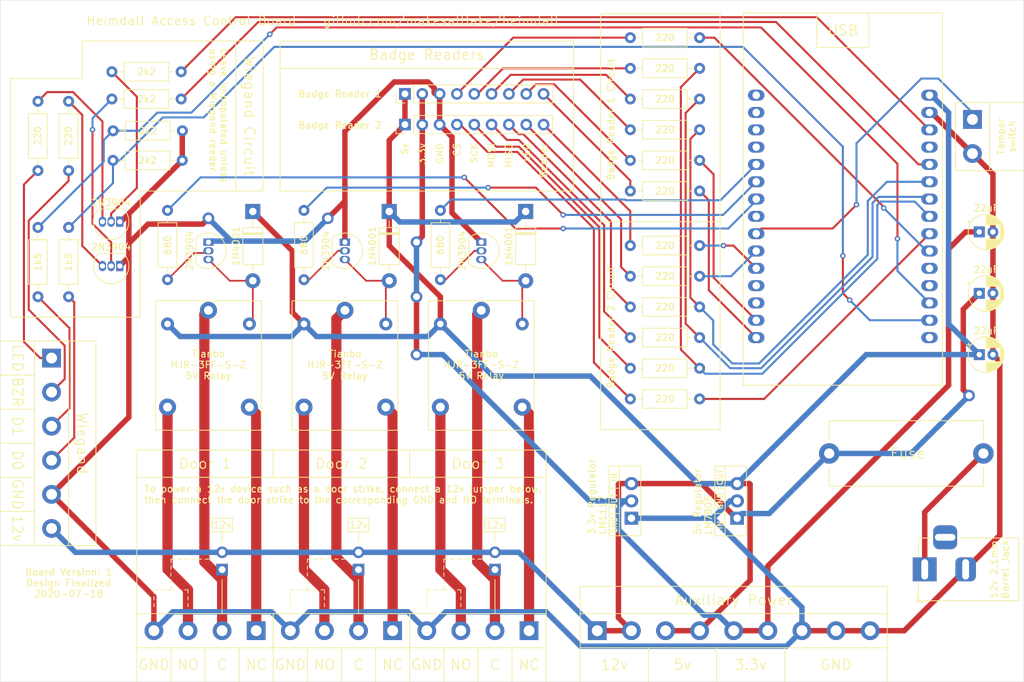
<source format=kicad_pcb>
(kicad_pcb (version 20171130) (host pcbnew "(5.1.6-0-10_14)")
  (layers (0 F.Cu signal) (31 B.Cu signal) (34 B.Paste user) (35 F.Paste user) (36 B.SilkS user) (37 F.SilkS user) (38 B.Mask user) (39 F.Mask user) (44 Edge.Cuts user))
  (net 0 "")
  (net 1 "Net-(D1-Pad2)")
  (net 2 +5V)
  (net 3 "Net-(D2-Pad2)")
  (net 4 "Net-(D3-Pad2)")
  (net 5 GND)
  (net 6 "Net-(Q1-Pad2)")
  (net 7 "Net-(Q2-Pad2)")
  (net 8 "Net-(Q3-Pad2)")
  (net 9 "Net-(Q4-Pad3)")
  (net 10 "Net-(Q4-Pad2)")
  (net 11 "Net-(Q5-Pad3)")
  (net 12 "Net-(Q5-Pad2)")
  (net 13 "Net-(J3-Pad9)")
  (net 14 "Net-(J3-Pad8)")
  (net 15 "Net-(J3-Pad7)")
  (net 16 "Net-(J3-Pad6)")
  (net 17 "Net-(J3-Pad5)")
  (net 18 "Net-(J3-Pad4)")
  (net 19 +3V3)
  (net 20 "Net-(J5-Pad9)")
  (net 21 "Net-(J5-Pad8)")
  (net 22 "Net-(J5-Pad7)")
  (net 23 "Net-(J5-Pad6)")
  (net 24 "Net-(J5-Pad5)")
  (net 25 "Net-(J5-Pad4)")
  (net 26 +12V)
  (net 27 "Net-(R1-Pad2)")
  (net 28 "Net-(R2-Pad1)")
  (net 29 "Net-(R10-Pad1)")
  (net 30 "Net-(R11-Pad1)")
  (net 31 "Net-(R12-Pad1)")
  (net 32 "Net-(R6-Pad2)")
  (net 33 "Net-(R7-Pad1)")
  (net 34 "Net-(R8-Pad1)")
  (net 35 "Net-(R9-Pad1)")
  (net 36 "Net-(R13-Pad1)")
  (net 37 "Net-(R14-Pad1)")
  (net 38 "Net-(R15-Pad2)")
  (net 39 "Net-(R16-Pad2)")
  (net 40 "Net-(J7-Pad3)")
  (net 41 "Net-(R17-Pad2)")
  (net 42 "Net-(J7-Pad4)")
  (net 43 "Net-(R18-Pad1)")
  (net 44 "Net-(J7-Pad1)")
  (net 45 "Net-(R20-Pad1)")
  (net 46 "Net-(J7-Pad2)")
  (net 47 "Net-(J1-Pad3)")
  (net 48 "Net-(U3-Pad28)")
  (net 49 "Net-(U3-Pad27)")
  (net 50 "Net-(U3-Pad23)")
  (net 51 "Net-(U3-Pad19)")
  (net 52 "Net-(U3-Pad18)")
  (net 53 "Net-(U3-Pad17)")
  (net 54 "Net-(U3-Pad16)")
  (net 55 "Net-(U3-Pad12)")
  (net 56 "Net-(U3-Pad5)")
  (net 57 "Net-(U3-Pad4)")
  (net 58 "Net-(U3-Pad1)")
  (net 59 /RELAY1_NO)
  (net 60 /RELAY1_C)
  (net 61 /RELAY1_NC)
  (net 62 /12V_BEFORE_FUSE)
  (net 63 /RELAY2_NO)
  (net 64 /RELAY2_C)
  (net 65 /RELAY2_NC)
  (net 66 /RELAY3_NO)
  (net 67 /RELAY3_C)
  (net 68 /RELAY3_NC)
  (net 69 "Net-(J9-Pad1)")
  (module Javawizard_Common_Footprints:PinHeader_JW_1x02_P5.00mm_Vertical (layer F.Cu) (at 167.5 42.5)
    (fp_text reference J9)
    (fp_text value Screw_Terminal_01x02)
    (pad 1 thru_hole rect (at 0 0) (size 2.75 2.75) (drill 1.6) (layers *.Cu *.Mask) (net 69 "Net-(J9-Pad1)"))
    (pad 2 thru_hole circle (at 0 5) (size 2.75 2.75) (drill 1.6) (layers *.Cu *.Mask) (net 5 GND))
  )
  (module Javawizard_Common_Footprints:JW_D_DO-41_SOD81_P10.16mm_Horizontal_Silkscreen_Part_Number_Only (layer F.Cu) (at 62 56 270)
    (fp_text reference D1)
    (fp_text value 1N4001 (at 5.08 2.47 270) (layer F.SilkS))
    (pad 2 thru_hole oval (at 10.16 0 270) (size 2.2 2.2) (drill 1.1) (layers *.Cu *.Mask) (net 1 "Net-(D1-Pad2)"))
    (pad 1 thru_hole rect (at 0 0 270) (size 2.2 2.2) (drill 1.1) (layers *.Cu *.Mask) (net 2 +5V))
  )
  (module Javawizard_Common_Footprints:JW_D_DO-41_SOD81_P10.16mm_Horizontal_Silkscreen_Part_Number_Only (layer F.Cu) (at 102 56 270)
    (fp_text reference D3)
    (fp_text value 1N4001 (at 5.08 2.47 270) (layer F.SilkS))
    (pad 2 thru_hole oval (at 10.16 0 270) (size 2.2 2.2) (drill 1.1) (layers *.Cu *.Mask) (net 4 "Net-(D3-Pad2)"))
    (pad 1 thru_hole rect (at 0 0 270) (size 2.2 2.2) (drill 1.1) (layers *.Cu *.Mask) (net 2 +5V))
  )
  (module Javawizard_Common_Footprints:JW_D_DO-41_SOD81_P10.16mm_Horizontal_Silkscreen_Part_Number_Only (layer F.Cu) (at 82 56 270)
    (fp_text reference D2)
    (fp_text value 1N4001 (at 5.08 2.47 270) (layer F.SilkS))
    (pad 2 thru_hole oval (at 10.16 0 270) (size 2.2 2.2) (drill 1.1) (layers *.Cu *.Mask) (net 3 "Net-(D2-Pad2)"))
    (pad 1 thru_hole rect (at 0 0 270) (size 2.2 2.2) (drill 1.1) (layers *.Cu *.Mask) (net 2 +5V))
  )
  (module Javawizard_Common_Footprints:JW_TO-92_Inline_Silkscreen_Part_Number_Only (layer F.Cu) (at 42.5 64 180)
    (fp_text reference Q5)
    (fp_text value 2N3904 (at 1.27 2.79 180) (layer F.SilkS))
    (pad 2 thru_hole oval (at 1.27 0 180) (size 1.05 1.5) (drill 0.75) (layers *.Cu *.Mask) (net 12 "Net-(Q5-Pad2)"))
    (pad 3 thru_hole oval (at 2.54 0 180) (size 1.05 1.5) (drill 0.75) (layers *.Cu *.Mask) (net 11 "Net-(Q5-Pad3)"))
    (pad 1 thru_hole rect (at 0 0 180) (size 1.05 1.5) (drill 0.75) (layers *.Cu *.Mask) (net 5 GND))
  )
  (module Javawizard_Common_Footprints:JW_TO-92_Inline_Silkscreen_Part_Number_Only (layer F.Cu) (at 42.5 57.5 180)
    (fp_text reference Q4)
    (fp_text value 2N3904 (at 1.27 2.79 180) (layer F.SilkS))
    (pad 2 thru_hole oval (at 1.27 0 180) (size 1.05 1.5) (drill 0.75) (layers *.Cu *.Mask) (net 10 "Net-(Q4-Pad2)"))
    (pad 3 thru_hole oval (at 2.54 0 180) (size 1.05 1.5) (drill 0.75) (layers *.Cu *.Mask) (net 9 "Net-(Q4-Pad3)"))
    (pad 1 thru_hole rect (at 0 0 180) (size 1.05 1.5) (drill 0.75) (layers *.Cu *.Mask) (net 5 GND))
  )
  (module Javawizard_Common_Footprints:JW_TO-92_Inline_Silkscreen_Part_Number_Only (layer F.Cu) (at 95.5 60.5 270)
    (fp_text reference Q3)
    (fp_text value 2N3904 (at 1.27 2.79 270) (layer F.SilkS))
    (pad 2 thru_hole oval (at 1.27 0 270) (size 1.05 1.5) (drill 0.75) (layers *.Cu *.Mask) (net 8 "Net-(Q3-Pad2)"))
    (pad 3 thru_hole oval (at 2.54 0 270) (size 1.05 1.5) (drill 0.75) (layers *.Cu *.Mask) (net 4 "Net-(D3-Pad2)"))
    (pad 1 thru_hole rect (at 0 0 270) (size 1.05 1.5) (drill 0.75) (layers *.Cu *.Mask) (net 5 GND))
  )
  (module Javawizard_Common_Footprints:JW_TO-92_Inline_Silkscreen_Part_Number_Only (layer F.Cu) (at 75.5 60.5 270)
    (fp_text reference Q2)
    (fp_text value 2N3904 (at 1.27 2.79 270) (layer F.SilkS))
    (pad 2 thru_hole oval (at 1.27 0 270) (size 1.05 1.5) (drill 0.75) (layers *.Cu *.Mask) (net 7 "Net-(Q2-Pad2)"))
    (pad 3 thru_hole oval (at 2.54 0 270) (size 1.05 1.5) (drill 0.75) (layers *.Cu *.Mask) (net 3 "Net-(D2-Pad2)"))
    (pad 1 thru_hole rect (at 0 0 270) (size 1.05 1.5) (drill 0.75) (layers *.Cu *.Mask) (net 5 GND))
  )
  (module Javawizard_Common_Footprints:JW_TO-92_Inline_Silkscreen_Part_Number_Only (layer F.Cu) (at 55.5 60.5 270)
    (fp_text reference Q1)
    (fp_text value 2N3904 (at 1.27 2.79 270) (layer F.SilkS))
    (pad 2 thru_hole oval (at 1.27 0 270) (size 1.05 1.5) (drill 0.75) (layers *.Cu *.Mask) (net 6 "Net-(Q1-Pad2)"))
    (pad 3 thru_hole oval (at 2.54 0 270) (size 1.05 1.5) (drill 0.75) (layers *.Cu *.Mask) (net 1 "Net-(D1-Pad2)"))
    (pad 1 thru_hole rect (at 0 0 270) (size 1.05 1.5) (drill 0.75) (layers *.Cu *.Mask) (net 5 GND))
  )
  (module Javawizard_Common_Footprints:JW_R_Axial_DIN0207_L6.3mm_D2.5mm_P10.16mm_Horizontal_SIlkscreen_Value_Only (layer F.Cu) (at 41.5 48.5)
    (fp_text reference R23)
    (fp_text value 2k2 (at 5.08 0) (layer F.SilkS))
    (pad 1 thru_hole circle (at 0 0) (size 1.6 1.6) (drill 0.8) (layers *.Cu *.Mask) (net 41 "Net-(R17-Pad2)"))
    (pad 2 thru_hole oval (at 10.16 0) (size 1.6 1.6) (drill 0.8) (layers *.Cu *.Mask) (net 5 GND))
  )
  (module Javawizard_Common_Footprints:JW_R_Axial_DIN0207_L6.3mm_D2.5mm_P10.16mm_Horizontal_SIlkscreen_Value_Only (layer F.Cu) (at 41.52 44.16)
    (fp_text reference R22)
    (fp_text value 2k2 (at 5.08 0) (layer F.SilkS))
    (pad 1 thru_hole circle (at 0 0) (size 1.6 1.6) (drill 0.8) (layers *.Cu *.Mask) (net 39 "Net-(R16-Pad2)"))
    (pad 2 thru_hole oval (at 10.16 0) (size 1.6 1.6) (drill 0.8) (layers *.Cu *.Mask) (net 5 GND))
  )
  (module Javawizard_Common_Footprints:JW_R_Axial_DIN0207_L6.3mm_D2.5mm_P10.16mm_Horizontal_SIlkscreen_Value_Only (layer F.Cu) (at 35 50 90)
    (fp_text reference R21)
    (fp_text value 220 (at 5.08 0 90) (layer F.SilkS))
    (pad 1 thru_hole circle (at 0 0 90) (size 1.6 1.6) (drill 0.8) (layers *.Cu *.Mask) (net 46 "Net-(J7-Pad2)"))
    (pad 2 thru_hole oval (at 10.16 0 90) (size 1.6 1.6) (drill 0.8) (layers *.Cu *.Mask) (net 11 "Net-(Q5-Pad3)"))
  )
  (module Javawizard_Common_Footprints:JW_R_Axial_DIN0207_L6.3mm_D2.5mm_P10.16mm_Horizontal_SIlkscreen_Value_Only (layer F.Cu) (at 51.5 39.5 180)
    (fp_text reference R20)
    (fp_text value 2k2 (at 5.08 0) (layer F.SilkS))
    (pad 2 thru_hole oval (at 10.16 0 180) (size 1.6 1.6) (drill 0.8) (layers *.Cu *.Mask) (net 12 "Net-(Q5-Pad2)"))
    (pad 1 thru_hole circle (at 0 0 180) (size 1.6 1.6) (drill 0.8) (layers *.Cu *.Mask) (net 45 "Net-(R20-Pad1)"))
  )
  (module Javawizard_Common_Footprints:JW_R_Axial_DIN0207_L6.3mm_D2.5mm_P10.16mm_Horizontal_SIlkscreen_Value_Only (layer F.Cu) (at 30.5 50 90)
    (fp_text reference R19)
    (fp_text value 220 (at 5.08 0 90) (layer F.SilkS))
    (pad 1 thru_hole circle (at 0 0 90) (size 1.6 1.6) (drill 0.8) (layers *.Cu *.Mask) (net 44 "Net-(J7-Pad1)"))
    (pad 2 thru_hole oval (at 10.16 0 90) (size 1.6 1.6) (drill 0.8) (layers *.Cu *.Mask) (net 9 "Net-(Q4-Pad3)"))
  )
  (module Javawizard_Common_Footprints:JW_R_Axial_DIN0207_L6.3mm_D2.5mm_P10.16mm_Horizontal_SIlkscreen_Value_Only (layer F.Cu) (at 51.5 35.5 180)
    (fp_text reference R18)
    (fp_text value 2k2 (at 5.08 0) (layer F.SilkS))
    (pad 1 thru_hole circle (at 0 0 180) (size 1.6 1.6) (drill 0.8) (layers *.Cu *.Mask) (net 43 "Net-(R18-Pad1)"))
    (pad 2 thru_hole oval (at 10.16 0 180) (size 1.6 1.6) (drill 0.8) (layers *.Cu *.Mask) (net 10 "Net-(Q4-Pad2)"))
  )
  (module Javawizard_Common_Footprints:JW_R_Axial_DIN0207_L6.3mm_D2.5mm_P10.16mm_Horizontal_SIlkscreen_Value_Only (layer F.Cu) (at 35 68.5 90)
    (fp_text reference R17)
    (fp_text value 1k5 (at 5.08 0 90) (layer F.SilkS))
    (pad 1 thru_hole circle (at 0 0 90) (size 1.6 1.6) (drill 0.8) (layers *.Cu *.Mask) (net 42 "Net-(J7-Pad4)"))
    (pad 2 thru_hole oval (at 10.16 0 90) (size 1.6 1.6) (drill 0.8) (layers *.Cu *.Mask) (net 41 "Net-(R17-Pad2)"))
  )
  (module Javawizard_Common_Footprints:JW_R_Axial_DIN0207_L6.3mm_D2.5mm_P10.16mm_Horizontal_SIlkscreen_Value_Only (layer F.Cu) (at 89.5 66 90)
    (fp_text reference R15)
    (fp_text value 680 (at 5.08 0 90) (layer F.SilkS))
    (pad 1 thru_hole circle (at 0 0 90) (size 1.6 1.6) (drill 0.8) (layers *.Cu *.Mask) (net 8 "Net-(Q3-Pad2)"))
    (pad 2 thru_hole oval (at 10.16 0 90) (size 1.6 1.6) (drill 0.8) (layers *.Cu *.Mask) (net 38 "Net-(R15-Pad2)"))
  )
  (module Javawizard_Common_Footprints:JW_R_Axial_DIN0207_L6.3mm_D2.5mm_P10.16mm_Horizontal_SIlkscreen_Value_Only (layer F.Cu) (at 127.5 61 180)
    (fp_text reference R14)
    (fp_text value 220 (at 5.08 0) (layer F.SilkS))
    (pad 1 thru_hole circle (at 0 0 180) (size 1.6 1.6) (drill 0.8) (layers *.Cu *.Mask) (net 37 "Net-(R14-Pad1)"))
    (pad 2 thru_hole oval (at 10.16 0 180) (size 1.6 1.6) (drill 0.8) (layers *.Cu *.Mask) (net 20 "Net-(J5-Pad9)"))
  )
  (module Javawizard_Common_Footprints:JW_R_Axial_DIN0207_L6.3mm_D2.5mm_P10.16mm_Horizontal_SIlkscreen_Value_Only (layer F.Cu) (at 127.5 65.5 180)
    (fp_text reference R13)
    (fp_text value 220 (at 5.08 0) (layer F.SilkS))
    (pad 1 thru_hole circle (at 0 0 180) (size 1.6 1.6) (drill 0.8) (layers *.Cu *.Mask) (net 36 "Net-(R13-Pad1)"))
    (pad 2 thru_hole oval (at 10.16 0 180) (size 1.6 1.6) (drill 0.8) (layers *.Cu *.Mask) (net 21 "Net-(J5-Pad8)"))
  )
  (module Javawizard_Common_Footprints:JW_R_Axial_DIN0207_L6.3mm_D2.5mm_P10.16mm_Horizontal_SIlkscreen_Value_Only (layer F.Cu) (at 127.5 70 180)
    (fp_text reference R12)
    (fp_text value 220 (at 5.08 0) (layer F.SilkS))
    (pad 1 thru_hole circle (at 0 0 180) (size 1.6 1.6) (drill 0.8) (layers *.Cu *.Mask) (net 31 "Net-(R12-Pad1)"))
    (pad 2 thru_hole oval (at 10.16 0 180) (size 1.6 1.6) (drill 0.8) (layers *.Cu *.Mask) (net 22 "Net-(J5-Pad7)"))
  )
  (module Javawizard_Common_Footprints:JW_R_Axial_DIN0207_L6.3mm_D2.5mm_P10.16mm_Horizontal_SIlkscreen_Value_Only (layer F.Cu) (at 127.5 74.5 180)
    (fp_text reference R11)
    (fp_text value 220 (at 5.08 0) (layer F.SilkS))
    (pad 1 thru_hole circle (at 0 0 180) (size 1.6 1.6) (drill 0.8) (layers *.Cu *.Mask) (net 30 "Net-(R11-Pad1)"))
    (pad 2 thru_hole oval (at 10.16 0 180) (size 1.6 1.6) (drill 0.8) (layers *.Cu *.Mask) (net 23 "Net-(J5-Pad6)"))
  )
  (module Javawizard_Common_Footprints:JW_R_Axial_DIN0207_L6.3mm_D2.5mm_P10.16mm_Horizontal_SIlkscreen_Value_Only (layer F.Cu) (at 127.5 79 180)
    (fp_text reference R10)
    (fp_text value 220 (at 5.08 0) (layer F.SilkS))
    (pad 1 thru_hole circle (at 0 0 180) (size 1.6 1.6) (drill 0.8) (layers *.Cu *.Mask) (net 29 "Net-(R10-Pad1)"))
    (pad 2 thru_hole oval (at 10.16 0 180) (size 1.6 1.6) (drill 0.8) (layers *.Cu *.Mask) (net 24 "Net-(J5-Pad5)"))
  )
  (module Javawizard_Common_Footprints:JW_R_Axial_DIN0207_L6.3mm_D2.5mm_P10.16mm_Horizontal_SIlkscreen_Value_Only (layer F.Cu) (at 127.5 83.5 180)
    (fp_text reference R9)
    (fp_text value 220 (at 5.08 0) (layer F.SilkS))
    (pad 1 thru_hole circle (at 0 0 180) (size 1.6 1.6) (drill 0.8) (layers *.Cu *.Mask) (net 35 "Net-(R9-Pad1)"))
    (pad 2 thru_hole oval (at 10.16 0 180) (size 1.6 1.6) (drill 0.8) (layers *.Cu *.Mask) (net 25 "Net-(J5-Pad4)"))
  )
  (module Javawizard_Common_Footprints:JW_R_Axial_DIN0207_L6.3mm_D2.5mm_P10.16mm_Horizontal_SIlkscreen_Value_Only (layer F.Cu) (at 127.5 53 180)
    (fp_text reference R8)
    (fp_text value 220 (at 5.08 0) (layer F.SilkS))
    (pad 1 thru_hole circle (at 0 0 180) (size 1.6 1.6) (drill 0.8) (layers *.Cu *.Mask) (net 34 "Net-(R8-Pad1)"))
    (pad 2 thru_hole oval (at 10.16 0 180) (size 1.6 1.6) (drill 0.8) (layers *.Cu *.Mask) (net 13 "Net-(J3-Pad9)"))
  )
  (module Javawizard_Common_Footprints:JW_R_Axial_DIN0207_L6.3mm_D2.5mm_P10.16mm_Horizontal_SIlkscreen_Value_Only (layer F.Cu) (at 127.5 48.5 180)
    (fp_text reference R7)
    (fp_text value 220 (at 5.08 0) (layer F.SilkS))
    (pad 1 thru_hole circle (at 0 0 180) (size 1.6 1.6) (drill 0.8) (layers *.Cu *.Mask) (net 33 "Net-(R7-Pad1)"))
    (pad 2 thru_hole oval (at 10.16 0 180) (size 1.6 1.6) (drill 0.8) (layers *.Cu *.Mask) (net 14 "Net-(J3-Pad8)"))
  )
  (module Javawizard_Common_Footprints:JW_R_Axial_DIN0207_L6.3mm_D2.5mm_P10.16mm_Horizontal_SIlkscreen_Value_Only (layer F.Cu) (at 69.5 66 90)
    (fp_text reference R6)
    (fp_text value 680 (at 5.08 0 90) (layer F.SilkS))
    (pad 1 thru_hole circle (at 0 0 90) (size 1.6 1.6) (drill 0.8) (layers *.Cu *.Mask) (net 7 "Net-(Q2-Pad2)"))
    (pad 2 thru_hole oval (at 10.16 0 90) (size 1.6 1.6) (drill 0.8) (layers *.Cu *.Mask) (net 32 "Net-(R6-Pad2)"))
  )
  (module Javawizard_Common_Footprints:JW_R_Axial_DIN0207_L6.3mm_D2.5mm_P10.16mm_Horizontal_SIlkscreen_Value_Only (layer F.Cu) (at 127.5 44 180)
    (fp_text reference R5)
    (fp_text value 220 (at 5.08 0) (layer F.SilkS))
    (pad 1 thru_hole circle (at 0 0 180) (size 1.6 1.6) (drill 0.8) (layers *.Cu *.Mask) (net 31 "Net-(R12-Pad1)"))
    (pad 2 thru_hole oval (at 10.16 0 180) (size 1.6 1.6) (drill 0.8) (layers *.Cu *.Mask) (net 15 "Net-(J3-Pad7)"))
  )
  (module Javawizard_Common_Footprints:JW_R_Axial_DIN0207_L6.3mm_D2.5mm_P10.16mm_Horizontal_SIlkscreen_Value_Only (layer F.Cu) (at 127.5 39.5 180)
    (fp_text reference R4)
    (fp_text value 220 (at 5.08 0) (layer F.SilkS))
    (pad 1 thru_hole circle (at 0 0 180) (size 1.6 1.6) (drill 0.8) (layers *.Cu *.Mask) (net 30 "Net-(R11-Pad1)"))
    (pad 2 thru_hole oval (at 10.16 0 180) (size 1.6 1.6) (drill 0.8) (layers *.Cu *.Mask) (net 16 "Net-(J3-Pad6)"))
  )
  (module Javawizard_Common_Footprints:JW_R_Axial_DIN0207_L6.3mm_D2.5mm_P10.16mm_Horizontal_SIlkscreen_Value_Only (layer F.Cu) (at 127.5 35 180)
    (fp_text reference R3)
    (fp_text value 220 (at 5.08 0) (layer F.SilkS))
    (pad 1 thru_hole circle (at 0 0 180) (size 1.6 1.6) (drill 0.8) (layers *.Cu *.Mask) (net 29 "Net-(R10-Pad1)"))
    (pad 2 thru_hole oval (at 10.16 0 180) (size 1.6 1.6) (drill 0.8) (layers *.Cu *.Mask) (net 17 "Net-(J3-Pad5)"))
  )
  (module Javawizard_Common_Footprints:JW_R_Axial_DIN0207_L6.3mm_D2.5mm_P10.16mm_Horizontal_SIlkscreen_Value_Only (layer F.Cu) (at 127.5 30.5 180)
    (fp_text reference R2)
    (fp_text value 220 (at 5.08 0) (layer F.SilkS))
    (pad 1 thru_hole circle (at 0 0 180) (size 1.6 1.6) (drill 0.8) (layers *.Cu *.Mask) (net 28 "Net-(R2-Pad1)"))
    (pad 2 thru_hole oval (at 10.16 0 180) (size 1.6 1.6) (drill 0.8) (layers *.Cu *.Mask) (net 18 "Net-(J3-Pad4)"))
  )
  (module Javawizard_Common_Footprints:JW_R_Axial_DIN0207_L6.3mm_D2.5mm_P10.16mm_Horizontal_SIlkscreen_Value_Only (layer F.Cu) (at 49.5 66 90)
    (fp_text reference R1)
    (fp_text value 680 (at 5.08 0 90) (layer F.SilkS))
    (pad 1 thru_hole circle (at 0 0 90) (size 1.6 1.6) (drill 0.8) (layers *.Cu *.Mask) (net 6 "Net-(Q1-Pad2)"))
    (pad 2 thru_hole oval (at 10.16 0 90) (size 1.6 1.6) (drill 0.8) (layers *.Cu *.Mask) (net 27 "Net-(R1-Pad2)"))
  )
  (module Javawizard_Common_Footprints:JW_R_Axial_DIN0207_L6.3mm_D2.5mm_P10.16mm_Horizontal_SIlkscreen_Value_Only (layer F.Cu) (at 30.5 68.5 90)
    (fp_text reference R16)
    (fp_text value 1k5 (at 5.08 0 90) (layer F.SilkS))
    (pad 1 thru_hole circle (at 0 0 90) (size 1.6 1.6) (drill 0.8) (layers *.Cu *.Mask) (net 40 "Net-(J7-Pad3)"))
    (pad 2 thru_hole oval (at 10.16 0 90) (size 1.6 1.6) (drill 0.8) (layers *.Cu *.Mask) (net 39 "Net-(R16-Pad2)"))
  )
  (module MountingHole:MountingHole_4.5mm (layer F.Cu) (at 108.5 76)
    (fp_text reference REF**)
    (fp_text value MountingHole_4.5mm)
    (pad 1 np_thru_hole circle (at 0 0) (size 4.5 4.5) (drill 4.5) (layers *.Cu *.Mask))
  )
  (module Javawizard_Common_Footprints:PinHeader_JW_1x02_P2.54mm_Vertical_Without_Silkscreen (layer F.Cu) (at 97.5 108.54 180)
    (fp_text reference JP3)
    (fp_text value Jumper)
    (pad 1 thru_hole rect (at 0 0 180) (size 1.7 1.7) (drill 1) (layers *.Cu *.Mask) (net 67 /RELAY3_C))
    (pad 2 thru_hole oval (at 0 2.54 180) (size 1.7 1.7) (drill 1) (layers *.Cu *.Mask) (net 26 +12V))
  )
  (module Javawizard_Common_Footprints:PinHeader_JW_1x02_P2.54mm_Vertical_Without_Silkscreen (layer F.Cu) (at 77.5 108.54 180)
    (fp_text reference JP2)
    (fp_text value Jumper)
    (pad 1 thru_hole rect (at 0 0 180) (size 1.7 1.7) (drill 1) (layers *.Cu *.Mask) (net 64 /RELAY2_C))
    (pad 2 thru_hole oval (at 0 2.54 180) (size 1.7 1.7) (drill 1) (layers *.Cu *.Mask) (net 26 +12V))
  )
  (module Javawizard_Common_Footprints:PinHeader_JW_1x02_P2.54mm_Vertical_Without_Silkscreen (layer F.Cu) (at 57.5 108.54 180)
    (fp_text reference JP1)
    (fp_text value Jumper)
    (pad 1 thru_hole rect (at 0 0 180) (size 1.7 1.7) (drill 1) (layers *.Cu *.Mask) (net 60 /RELAY1_C))
    (pad 2 thru_hole oval (at 0 2.54 180) (size 1.7 1.7) (drill 1) (layers *.Cu *.Mask) (net 26 +12V))
  )
  (module MountingHole:MountingHole_4.5mm (layer F.Cu) (at 30 120)
    (fp_text reference REF**)
    (fp_text value MountingHole_4.5mm)
    (pad 1 np_thru_hole circle (at 0 0) (size 4.5 4.5) (drill 4.5) (layers *.Cu *.Mask))
  )
  (module MountingHole:MountingHole_4.5mm (layer F.Cu) (at 170 120)
    (fp_text reference REF**)
    (fp_text value MountingHole_4.5mm)
    (pad 1 np_thru_hole circle (at 0 0) (size 4.5 4.5) (drill 4.5) (layers *.Cu *.Mask))
  )
  (module MountingHole:MountingHole_4.5mm (layer F.Cu) (at 170 30)
    (fp_text reference REF**)
    (fp_text value MountingHole_4.5mm)
    (pad 1 np_thru_hole circle (at 0 0) (size 4.5 4.5) (drill 4.5) (layers *.Cu *.Mask))
  )
  (module MountingHole:MountingHole_4.5mm (layer F.Cu) (at 30 30)
    (fp_text reference REF**)
    (fp_text value MountingHole_4.5mm)
    (pad 1 np_thru_hole circle (at 0 0) (size 4.5 4.5) (drill 4.5) (layers *.Cu *.Mask))
  )
  (module Javawizard_Common_Footprints:PinHeader_JW_1x04_P5.00mm_Vertical (layer F.Cu) (at 102.5 117.5 270)
    (fp_text reference J6)
    (fp_text value Screw_Terminal_01x04)
    (pad 4 thru_hole circle (at 0 15 270) (size 2.75 2.75) (drill 1.6) (layers *.Cu *.Mask) (net 5 GND))
    (pad 3 thru_hole circle (at 0 10 270) (size 2.75 2.75) (drill 1.6) (layers *.Cu *.Mask) (net 66 /RELAY3_NO))
    (pad 2 thru_hole circle (at 0 5 270) (size 2.75 2.75) (drill 1.6) (layers *.Cu *.Mask) (net 67 /RELAY3_C))
    (pad 1 thru_hole rect (at 0 0 270) (size 2.75 2.75) (drill 1.6) (layers *.Cu *.Mask) (net 68 /RELAY3_NC))
  )
  (module Javawizard_Common_Footprints:PinHeader_JW_1x04_P5.00mm_Vertical (layer F.Cu) (at 82.5 117.5 270)
    (fp_text reference J4)
    (fp_text value Screw_Terminal_01x04)
    (pad 4 thru_hole circle (at 0 15 270) (size 2.75 2.75) (drill 1.6) (layers *.Cu *.Mask) (net 5 GND))
    (pad 3 thru_hole circle (at 0 10 270) (size 2.75 2.75) (drill 1.6) (layers *.Cu *.Mask) (net 63 /RELAY2_NO))
    (pad 2 thru_hole circle (at 0 5 270) (size 2.75 2.75) (drill 1.6) (layers *.Cu *.Mask) (net 64 /RELAY2_C))
    (pad 1 thru_hole rect (at 0 0 270) (size 2.75 2.75) (drill 1.6) (layers *.Cu *.Mask) (net 65 /RELAY2_NC))
  )
  (module Javawizard_Common_Footprints:PinHeader_JW_1x04_P5.00mm_Vertical (layer F.Cu) (at 62.5 117.5 270)
    (fp_text reference J2)
    (fp_text value Screw_Terminal_01x04)
    (pad 4 thru_hole circle (at 0 15 270) (size 2.75 2.75) (drill 1.6) (layers *.Cu *.Mask) (net 5 GND))
    (pad 3 thru_hole circle (at 0 10 270) (size 2.75 2.75) (drill 1.6) (layers *.Cu *.Mask) (net 59 /RELAY1_NO))
    (pad 2 thru_hole circle (at 0 5 270) (size 2.75 2.75) (drill 1.6) (layers *.Cu *.Mask) (net 60 /RELAY1_C))
    (pad 1 thru_hole rect (at 0 0 270) (size 2.75 2.75) (drill 1.6) (layers *.Cu *.Mask) (net 61 /RELAY1_NC))
  )
  (module Javawizard_Common_Footprints:JW_ESP32_DevKit_30Pin (layer F.Cu) (at 148.5 74.5 180)
    (fp_text reference U3)
    (fp_text value ESP32_Dev_Board_30Pin)
    (fp_text user USB (at 0 45.085) (layer F.SilkS) (effects (font (size 1.5 1.5))))
    (pad 30 thru_hole oval (at 12.7 0 180) (size 2.4 1.6) (drill 1.1) (layers *.Cu *.Mask) (net 34 "Net-(R8-Pad1)"))
    (pad 29 thru_hole oval (at 12.7 2.54 180) (size 2.4 1.6) (drill 1.1) (layers *.Cu *.Mask) (net 33 "Net-(R7-Pad1)"))
    (pad 28 thru_hole oval (at 12.7 5.08 180) (size 2.4 1.6) (drill 1.1) (layers *.Cu *.Mask) (net 48 "Net-(U3-Pad28)"))
    (pad 27 thru_hole oval (at 12.7 7.62 180) (size 2.4 1.6) (drill 1.1) (layers *.Cu *.Mask) (net 49 "Net-(U3-Pad27)"))
    (pad 26 thru_hole oval (at 12.7 10.16 180) (size 2.4 1.6) (drill 1.1) (layers *.Cu *.Mask) (net 37 "Net-(R14-Pad1)"))
    (pad 25 thru_hole oval (at 12.7 12.7 180) (size 2.4 1.6) (drill 1.1) (layers *.Cu *.Mask) (net 36 "Net-(R13-Pad1)"))
    (pad 24 thru_hole oval (at 12.7 15.24 180) (size 2.4 1.6) (drill 1.1) (layers *.Cu *.Mask) (net 69 "Net-(J9-Pad1)"))
    (pad 23 thru_hole oval (at 12.7 17.78 180) (size 2.4 1.6) (drill 1.1) (layers *.Cu *.Mask) (net 50 "Net-(U3-Pad23)"))
    (pad 22 thru_hole oval (at 12.7 20.32 180) (size 2.4 1.6) (drill 1.1) (layers *.Cu *.Mask) (net 27 "Net-(R1-Pad2)"))
    (pad 21 thru_hole oval (at 12.7 22.86 180) (size 2.4 1.6) (drill 1.1) (layers *.Cu *.Mask) (net 32 "Net-(R6-Pad2)"))
    (pad 20 thru_hole oval (at 12.7 25.4 180) (size 2.4 1.6) (drill 1.1) (layers *.Cu *.Mask) (net 38 "Net-(R15-Pad2)"))
    (pad 19 thru_hole oval (at 12.7 27.94 180) (size 2.4 1.6) (drill 1.1) (layers *.Cu *.Mask) (net 51 "Net-(U3-Pad19)"))
    (pad 18 thru_hole oval (at 12.7 30.48 180) (size 2.4 1.6) (drill 1.1) (layers *.Cu *.Mask) (net 52 "Net-(U3-Pad18)"))
    (pad 17 thru_hole oval (at 12.7 33.02 180) (size 2.4 1.6) (drill 1.1) (layers *.Cu *.Mask) (net 53 "Net-(U3-Pad17)"))
    (pad 16 thru_hole oval (at 12.7 35.56 180) (size 2.4 1.6) (drill 1.1) (layers *.Cu *.Mask) (net 54 "Net-(U3-Pad16)"))
    (pad 15 thru_hole oval (at -12.7 35.56 180) (size 2.4 1.6) (drill 1.1) (layers *.Cu *.Mask) (net 2 +5V))
    (pad 14 thru_hole oval (at -12.7 33.02 180) (size 2.4 1.6) (drill 1.1) (layers *.Cu *.Mask) (net 5 GND))
    (pad 13 thru_hole oval (at -12.7 30.48 180) (size 2.4 1.6) (drill 1.1) (layers *.Cu *.Mask) (net 43 "Net-(R18-Pad1)"))
    (pad 12 thru_hole oval (at -12.7 27.94 180) (size 2.4 1.6) (drill 1.1) (layers *.Cu *.Mask) (net 55 "Net-(U3-Pad12)"))
    (pad 11 thru_hole oval (at -12.7 25.4 180) (size 2.4 1.6) (drill 1.1) (layers *.Cu *.Mask) (net 45 "Net-(R20-Pad1)"))
    (pad 10 thru_hole oval (at -12.7 22.86 180) (size 2.4 1.6) (drill 1.1) (layers *.Cu *.Mask) (net 31 "Net-(R12-Pad1)"))
    (pad 9 thru_hole oval (at -12.7 20.32 180) (size 2.4 1.6) (drill 1.1) (layers *.Cu *.Mask) (net 30 "Net-(R11-Pad1)"))
    (pad 8 thru_hole oval (at -12.7 17.78 180) (size 2.4 1.6) (drill 1.1) (layers *.Cu *.Mask) (net 29 "Net-(R10-Pad1)"))
    (pad 7 thru_hole oval (at -12.7 15.24 180) (size 2.4 1.6) (drill 1.1) (layers *.Cu *.Mask) (net 35 "Net-(R9-Pad1)"))
    (pad 6 thru_hole oval (at -12.7 12.7 180) (size 2.4 1.6) (drill 1.1) (layers *.Cu *.Mask) (net 28 "Net-(R2-Pad1)"))
    (pad 5 thru_hole oval (at -12.7 10.16 180) (size 2.4 1.6) (drill 1.1) (layers *.Cu *.Mask) (net 56 "Net-(U3-Pad5)"))
    (pad 4 thru_hole oval (at -12.7 7.62 180) (size 2.4 1.6) (drill 1.1) (layers *.Cu *.Mask) (net 57 "Net-(U3-Pad4)"))
    (pad 3 thru_hole oval (at -12.7 5.08 180) (size 2.4 1.6) (drill 1.1) (layers *.Cu *.Mask) (net 39 "Net-(R16-Pad2)"))
    (pad 2 thru_hole oval (at -12.7 2.54 180) (size 2.4 1.6) (drill 1.1) (layers *.Cu *.Mask) (net 41 "Net-(R17-Pad2)"))
    (pad 1 thru_hole oval (at -12.7 0 180) (size 2.4 1.6) (drill 1.1) (layers *.Cu *.Mask) (net 58 "Net-(U3-Pad1)"))
  )
  (module Javawizard_Common_Footprints:JW_Relay_Tianbo_HJR_3FF (layer F.Cu) (at 95.5 70.5)
    (fp_text reference K3)
    (fp_text value Relay_HJR-3FF-S-Z-5VDC)
    (pad 3 thru_hole circle (at 0 0) (size 2.5 2.5) (drill 1.3) (layers *.Cu *.Mask) (net 67 /RELAY3_C))
    (pad 5 thru_hole circle (at -6 14.2) (size 2.5 2.5) (drill 1.3) (layers *.Cu *.Mask) (net 66 /RELAY3_NO))
    (pad 4 thru_hole circle (at 6 14.2) (size 2.5 2.5) (drill 1.3) (layers *.Cu *.Mask) (net 68 /RELAY3_NC))
    (pad 1 thru_hole circle (at -6 2) (size 1.9 1.9) (drill 0.96) (layers *.Cu *.Mask) (net 2 +5V))
    (pad 2 thru_hole circle (at 6 2) (size 1.9 1.9) (drill 0.96) (layers *.Cu *.Mask) (net 4 "Net-(D3-Pad2)"))
  )
  (module Javawizard_Common_Footprints:JW_Relay_Tianbo_HJR_3FF (layer F.Cu) (at 75.5 70.5)
    (fp_text reference K2)
    (fp_text value Relay_HJR-3FF-S-Z-5VDC)
    (pad 3 thru_hole circle (at 0 0) (size 2.5 2.5) (drill 1.3) (layers *.Cu *.Mask) (net 64 /RELAY2_C))
    (pad 5 thru_hole circle (at -6 14.2) (size 2.5 2.5) (drill 1.3) (layers *.Cu *.Mask) (net 63 /RELAY2_NO))
    (pad 4 thru_hole circle (at 6 14.2) (size 2.5 2.5) (drill 1.3) (layers *.Cu *.Mask) (net 65 /RELAY2_NC))
    (pad 1 thru_hole circle (at -6 2) (size 1.9 1.9) (drill 0.96) (layers *.Cu *.Mask) (net 2 +5V))
    (pad 2 thru_hole circle (at 6 2) (size 1.9 1.9) (drill 0.96) (layers *.Cu *.Mask) (net 3 "Net-(D2-Pad2)"))
  )
  (module Javawizard_Common_Footprints:JW_Relay_Tianbo_HJR_3FF (layer F.Cu) (at 55.5 70.5)
    (fp_text reference K1)
    (fp_text value Relay_HJR-3FF-S-Z-5VDC)
    (pad 3 thru_hole circle (at 0 0) (size 2.5 2.5) (drill 1.3) (layers *.Cu *.Mask) (net 60 /RELAY1_C))
    (pad 5 thru_hole circle (at -6 14.2) (size 2.5 2.5) (drill 1.3) (layers *.Cu *.Mask) (net 59 /RELAY1_NO))
    (pad 4 thru_hole circle (at 6 14.2) (size 2.5 2.5) (drill 1.3) (layers *.Cu *.Mask) (net 61 /RELAY1_NC))
    (pad 1 thru_hole circle (at -6 2) (size 1.9 1.9) (drill 0.96) (layers *.Cu *.Mask) (net 2 +5V))
    (pad 2 thru_hole circle (at 6 2) (size 1.9 1.9) (drill 0.96) (layers *.Cu *.Mask) (net 1 "Net-(D1-Pad2)"))
  )
  (module Javawizard_Common_Footprints:PinHeader_JW_1x09_P5.00mm_Vertical (layer F.Cu) (at 112.5 117.5 90)
    (fp_text reference J8)
    (fp_text value Screw_Terminal_01x09)
    (pad 9 thru_hole circle (at 0 40 90) (size 2.75 2.75) (drill 1.6) (layers *.Cu *.Mask) (net 5 GND))
    (pad 8 thru_hole circle (at 0 35 90) (size 2.75 2.75) (drill 1.6) (layers *.Cu *.Mask) (net 5 GND))
    (pad 7 thru_hole circle (at 0 30 90) (size 2.75 2.75) (drill 1.6) (layers *.Cu *.Mask) (net 5 GND))
    (pad 6 thru_hole circle (at 0 25 90) (size 2.75 2.75) (drill 1.6) (layers *.Cu *.Mask) (net 19 +3V3))
    (pad 5 thru_hole circle (at 0 20 90) (size 2.75 2.75) (drill 1.6) (layers *.Cu *.Mask) (net 19 +3V3))
    (pad 4 thru_hole circle (at 0 15 90) (size 2.75 2.75) (drill 1.6) (layers *.Cu *.Mask) (net 2 +5V))
    (pad 3 thru_hole circle (at 0 10 90) (size 2.75 2.75) (drill 1.6) (layers *.Cu *.Mask) (net 2 +5V))
    (pad 2 thru_hole circle (at 0 5 90) (size 2.75 2.75) (drill 1.6) (layers *.Cu *.Mask) (net 26 +12V))
    (pad 1 thru_hole rect (at 0 0 90) (size 2.75 2.75) (drill 1.6) (layers *.Cu *.Mask) (net 26 +12V))
  )
  (module Javawizard_Common_Footprints:PinHeader_JW_1x06_P5.00mm_Vertical (layer F.Cu) (at 32.5 77.5)
    (fp_text reference J7)
    (fp_text value Screw_Terminal_01x06)
    (pad 6 thru_hole circle (at 0 25) (size 2.75 2.75) (drill 1.6) (layers *.Cu *.Mask) (net 26 +12V))
    (pad 5 thru_hole circle (at 0 20) (size 2.75 2.75) (drill 1.6) (layers *.Cu *.Mask) (net 5 GND))
    (pad 4 thru_hole circle (at 0 15) (size 2.75 2.75) (drill 1.6) (layers *.Cu *.Mask) (net 42 "Net-(J7-Pad4)"))
    (pad 3 thru_hole circle (at 0 10) (size 2.75 2.75) (drill 1.6) (layers *.Cu *.Mask) (net 40 "Net-(J7-Pad3)"))
    (pad 2 thru_hole circle (at 0 5) (size 2.75 2.75) (drill 1.6) (layers *.Cu *.Mask) (net 46 "Net-(J7-Pad2)"))
    (pad 1 thru_hole rect (at 0 0) (size 2.75 2.75) (drill 1.6) (layers *.Cu *.Mask) (net 44 "Net-(J7-Pad1)"))
  )
  (module Connector_BarrelJack:BarrelJack_Horizontal (layer F.Cu) (at 160.5 108.5 180)
    (fp_text reference J1)
    (fp_text value Barrel_Jack_Switch)
    (pad 3 thru_hole roundrect (at -3 4.7 180) (size 3.5 3.5) (drill oval 3 1) (layers *.Cu *.Mask) (net 47 "Net-(J1-Pad3)"))
    (pad 2 thru_hole roundrect (at -6 0 180) (size 3 3.5) (drill oval 1 3) (layers *.Cu *.Mask) (net 5 GND))
    (pad 1 thru_hole rect (at 0 0 180) (size 3.5 3.5) (drill oval 1 3) (layers *.Cu *.Mask) (net 62 /12V_BEFORE_FUSE))
  )
  (module Fuse:Fuseholder_Cylinder-5x20mm_Stelvio-Kontek_PTF78_Horizontal_Open (layer F.Cu) (at 146.5 91.5)
    (fp_text reference F1)
    (fp_text value Fuse)
    (pad 1 thru_hole circle (at 0 0) (size 3 3) (drill 1.5) (layers *.Cu *.Mask) (net 26 +12V))
    (pad 2 thru_hole circle (at 22.6 0) (size 3 3) (drill 1.5) (layers *.Cu *.Mask) (net 62 /12V_BEFORE_FUSE))
  )
  (module Capacitor_THT:CP_Radial_D5.0mm_P2.00mm (layer F.Cu) (at 168.5 77)
    (fp_text reference C3)
    (fp_text value 22uF)
    (pad 1 thru_hole rect (at 0 0) (size 1.6 1.6) (drill 0.8) (layers *.Cu *.Mask) (net 2 +5V))
    (pad 2 thru_hole circle (at 2 0) (size 1.6 1.6) (drill 0.8) (layers *.Cu *.Mask) (net 5 GND))
  )
  (module Capacitor_THT:CP_Radial_D5.0mm_P2.00mm (layer F.Cu) (at 168.5 68)
    (fp_text reference C2)
    (fp_text value 22uF)
    (pad 2 thru_hole circle (at 2 0) (size 1.6 1.6) (drill 0.8) (layers *.Cu *.Mask) (net 5 GND))
    (pad 1 thru_hole rect (at 0 0) (size 1.6 1.6) (drill 0.8) (layers *.Cu *.Mask) (net 26 +12V))
  )
  (module Capacitor_THT:CP_Radial_D5.0mm_P2.00mm (layer F.Cu) (at 168.5 59)
    (fp_text reference C1)
    (fp_text value 22uF)
    (pad 2 thru_hole circle (at 2 0) (size 1.6 1.6) (drill 0.8) (layers *.Cu *.Mask) (net 5 GND))
    (pad 1 thru_hole rect (at 0 0) (size 1.6 1.6) (drill 0.8) (layers *.Cu *.Mask) (net 19 +3V3))
  )
  (module Package_TO_SOT_THT:TO-220-3_Vertical (layer F.Cu) (at 133 101 90)
    (fp_text reference U2)
    (fp_text value L7805)
    (pad 3 thru_hole oval (at 5.08 0 90) (size 1.905 2) (drill 1.1) (layers *.Cu *.Mask) (net 2 +5V))
    (pad 2 thru_hole oval (at 2.54 0 90) (size 1.905 2) (drill 1.1) (layers *.Cu *.Mask) (net 5 GND))
    (pad 1 thru_hole rect (at 0 0 90) (size 1.905 2) (drill 1.1) (layers *.Cu *.Mask) (net 26 +12V))
  )
  (module Package_TO_SOT_THT:TO-220-3_Vertical (layer F.Cu) (at 117.5 101 90)
    (fp_text reference U1)
    (fp_text value LM1117-3.3)
    (pad 1 thru_hole rect (at 0 0 90) (size 1.905 2) (drill 1.1) (layers *.Cu *.Mask) (net 5 GND))
    (pad 2 thru_hole oval (at 2.54 0 90) (size 1.905 2) (drill 1.1) (layers *.Cu *.Mask) (net 19 +3V3))
    (pad 3 thru_hole oval (at 5.08 0 90) (size 1.905 2) (drill 1.1) (layers *.Cu *.Mask) (net 26 +12V))
  )
  (module Connector_PinHeader_2.54mm:PinHeader_1x09_P2.54mm_Vertical (layer F.Cu) (at 84.305 43.25 90)
    (fp_text reference J5)
    (fp_text value Conn_01x09)
    (pad 9 thru_hole oval (at 0 20.32 90) (size 1.7 1.7) (drill 1) (layers *.Cu *.Mask) (net 20 "Net-(J5-Pad9)"))
    (pad 8 thru_hole oval (at 0 17.78 90) (size 1.7 1.7) (drill 1) (layers *.Cu *.Mask) (net 21 "Net-(J5-Pad8)"))
    (pad 7 thru_hole oval (at 0 15.24 90) (size 1.7 1.7) (drill 1) (layers *.Cu *.Mask) (net 22 "Net-(J5-Pad7)"))
    (pad 6 thru_hole oval (at 0 12.7 90) (size 1.7 1.7) (drill 1) (layers *.Cu *.Mask) (net 23 "Net-(J5-Pad6)"))
    (pad 5 thru_hole oval (at 0 10.16 90) (size 1.7 1.7) (drill 1) (layers *.Cu *.Mask) (net 24 "Net-(J5-Pad5)"))
    (pad 4 thru_hole oval (at 0 7.62 90) (size 1.7 1.7) (drill 1) (layers *.Cu *.Mask) (net 25 "Net-(J5-Pad4)"))
    (pad 3 thru_hole oval (at 0 5.08 90) (size 1.7 1.7) (drill 1) (layers *.Cu *.Mask) (net 5 GND))
    (pad 2 thru_hole oval (at 0 2.54 90) (size 1.7 1.7) (drill 1) (layers *.Cu *.Mask) (net 19 +3V3))
    (pad 1 thru_hole rect (at 0 0 90) (size 1.7 1.7) (drill 1) (layers *.Cu *.Mask) (net 2 +5V))
  )
  (module Connector_PinHeader_2.54mm:PinHeader_1x09_P2.54mm_Vertical (layer F.Cu) (at 84.305 38.75 90)
    (fp_text reference J3)
    (fp_text value Conn_01x09)
    (pad 9 thru_hole oval (at 0 20.32 90) (size 1.7 1.7) (drill 1) (layers *.Cu *.Mask) (net 13 "Net-(J3-Pad9)"))
    (pad 8 thru_hole oval (at 0 17.78 90) (size 1.7 1.7) (drill 1) (layers *.Cu *.Mask) (net 14 "Net-(J3-Pad8)"))
    (pad 7 thru_hole oval (at 0 15.24 90) (size 1.7 1.7) (drill 1) (layers *.Cu *.Mask) (net 15 "Net-(J3-Pad7)"))
    (pad 6 thru_hole oval (at 0 12.7 90) (size 1.7 1.7) (drill 1) (layers *.Cu *.Mask) (net 16 "Net-(J3-Pad6)"))
    (pad 5 thru_hole oval (at 0 10.16 90) (size 1.7 1.7) (drill 1) (layers *.Cu *.Mask) (net 17 "Net-(J3-Pad5)"))
    (pad 4 thru_hole oval (at 0 7.62 90) (size 1.7 1.7) (drill 1) (layers *.Cu *.Mask) (net 18 "Net-(J3-Pad4)"))
    (pad 3 thru_hole oval (at 0 5.08 90) (size 1.7 1.7) (drill 1) (layers *.Cu *.Mask) (net 5 GND))
    (pad 2 thru_hole oval (at 0 2.54 90) (size 1.7 1.7) (drill 1) (layers *.Cu *.Mask) (net 19 +3V3))
    (pad 1 thru_hole rect (at 0 0 90) (size 1.7 1.7) (drill 1) (layers *.Cu *.Mask) (net 2 +5V))
  )
  (gr_text "Tamper\nswitch" (at 172.5 45 90) (layer F.SilkS) (effects (font (size 1 1))))
  (gr_line (start 170 40) (end 175 40) (layer F.SilkS) (width 0.12))
  (gr_line (start 170 50) (end 175 50) (layer F.SilkS) (width 0.12))
  (gr_text 22uF (at 169.5 73.5) (layer F.SilkS) (effects (font (size 1 1))))
  (gr_text 22uF (at 169.5 64.5) (layer F.SilkS) (effects (font (size 1 1))))
  (gr_text 22uF (at 169.5 55.5) (layer F.SilkS) (effects (font (size 1 1))))
  (gr_text "Board Version: 1\nDesign Finalized\n2020-07-18" (at 35 110.5) (layer F.SilkS) (effects (font (size 1 1))))
  (gr_text "Heimdall Access Control Board    github.com/makesaltlake/heimdall" (at 37.5 28) (layer F.SilkS) (effects (font (size 1.3 1.3)) (justify left)))
  (gr_text OUT (at 130.5 95 90) (layer F.SilkS) (effects (font (size 0.8 0.8))))
  (gr_text GND (at 130.5 98.5 90) (layer F.SilkS) (effects (font (size 0.8 0.8))))
  (gr_text IN (at 130.5 102 90) (layer F.SilkS) (effects (font (size 0.8 0.8))))
  (gr_text IN (at 115 95 90) (layer F.SilkS) (effects (font (size 0.8 0.8))))
  (gr_text OUT (at 115 98.5 90) (layer F.SilkS) (effects (font (size 0.8 0.8))))
  (gr_text GND (at 115 102 90) (layer F.SilkS) (effects (font (size 0.8 0.8))))
  (gr_text "12v 2.1mm\nBarrel Jack" (at 171.5 108.5 90) (layer F.SilkS) (effects (font (size 1 1))))
  (gr_text "Tianbo\nHJR-3FF-S-Z\n5V Relay" (at 95.5 78.5) (layer F.SilkS) (effects (font (size 1 1))))
  (gr_text "Tianbo\nHJR-3FF-S-Z\n5V Relay" (at 75.5 78.5) (layer F.SilkS) (effects (font (size 1 1))))
  (gr_text "Tianbo\nHJR-3FF-S-Z\n5V Relay" (at 55.5 78.5) (layer F.SilkS) (effects (font (size 1 1))))
  (gr_text "5v Regulator\nLM7805" (at 128 103.5 90) (layer F.SilkS) (effects (font (size 1 1)) (justify left)))
  (gr_text "3.3v Regulator\nLM1117" (at 112.5 103.5 90) (layer F.SilkS) (effects (font (size 1 1)) (justify left)))
  (gr_text Fuse (at 158 91.5) (layer F.SilkS) (effects (font (size 1.5 1.5))))
  (gr_text "Badge Reader 1 Circuit" (at 114.5 42.5 90) (layer F.SilkS) (effects (font (size 1 1))))
  (gr_line (start 113 27) (end 130.5 27) (layer F.SilkS) (width 0.12))
  (gr_line (start 113 57.5) (end 113 27) (layer F.SilkS) (width 0.12))
  (gr_line (start 130.5 27) (end 130.5 57.5) (layer F.SilkS) (width 0.12))
  (gr_line (start 130.5 88) (end 113 88) (layer F.SilkS) (width 0.12))
  (gr_text "Badge Reader 2 Circuit" (at 114.5 73 90) (layer F.SilkS) (effects (font (size 1 1))))
  (gr_line (start 130.5 57.5) (end 130.5 88) (layer F.SilkS) (width 0.12))
  (gr_line (start 113 57.5) (end 130.5 57.5) (layer F.SilkS) (width 0.12))
  (gr_line (start 113 88) (end 113 57.5) (layer F.SilkS) (width 0.12))
  (gr_text "Badge Readers" (at 87.5 33) (layer F.SilkS) (effects (font (size 1.5 1.5))))
  (gr_line (start 66 31) (end 66 35) (layer F.SilkS) (width 0.12))
  (gr_line (start 109 31) (end 66 31) (layer F.SilkS) (width 0.12))
  (gr_line (start 109 35) (end 109 31) (layer F.SilkS) (width 0.12))
  (gr_line (start 66 53) (end 109 53) (layer F.SilkS) (width 0.12))
  (gr_line (start 66 35) (end 66 53) (layer F.SilkS) (width 0.12))
  (gr_line (start 109 35) (end 66 35) (layer F.SilkS) (width 0.12))
  (gr_line (start 109 53) (end 109 35) (layer F.SilkS) (width 0.12))
  (gr_line (start 59.5 31) (end 59.5 53) (layer F.SilkS) (width 0.12))
  (gr_text "Leave unpopulated unless\nusing a Wiegand reader." (at 57 32 270) (layer F.SilkS) (effects (font (size 1 1)) (justify left)))
  (gr_line (start 37 31) (end 63.5 31) (layer F.SilkS) (width 0.12))
  (gr_text "Wiegand Circuit" (at 61.5 42 270) (layer F.SilkS) (effects (font (size 1.5 1.5))))
  (gr_line (start 26.5 36.5) (end 26.5 71.5) (layer F.SilkS) (width 0.12))
  (gr_line (start 37 36.5) (end 26.5 36.5) (layer F.SilkS) (width 0.12))
  (gr_line (start 37 31) (end 37 36.5) (layer F.SilkS) (width 0.12))
  (gr_line (start 63.5 53) (end 63.5 31) (layer F.SilkS) (width 0.12))
  (gr_line (start 45.5 53) (end 63.5 53) (layer F.SilkS) (width 0.12))
  (gr_line (start 45.5 71.5) (end 45.5 53) (layer F.SilkS) (width 0.12))
  (gr_line (start 26.5 71.5) (end 45.5 71.5) (layer F.SilkS) (width 0.12))
  (gr_text Beeper (at 104.625 45.87 90) (layer F.SilkS) (effects (font (size 1 1)) (justify right)))
  (gr_text LED (at 102.085 45.87 90) (layer F.SilkS) (effects (font (size 1 1)) (justify right)))
  (gr_text MISO (at 99.545 45.87 90) (layer F.SilkS) (effects (font (size 1 1)) (justify right)))
  (gr_text MOSI (at 97.005 45.87 90) (layer F.SilkS) (effects (font (size 1 1)) (justify right)))
  (gr_text SCK (at 94.465 45.87 90) (layer F.SilkS) (effects (font (size 1 1)) (justify right)))
  (gr_text CS (at 91.925 45.87 90) (layer F.SilkS) (effects (font (size 1 1)) (justify right)))
  (gr_text 3.3v (at 86.845 45.87 90) (layer F.SilkS) (effects (font (size 1 1)) (justify right)))
  (gr_text GND (at 89.385 45.87 90) (layer F.SilkS) (effects (font (size 1 1)) (justify right)))
  (gr_text 5v (at 84.305 45.87 90) (layer F.SilkS) (effects (font (size 1 1)) (justify right)))
  (gr_text "Badge Reader 1" (at 74.78 38.75) (layer F.SilkS) (effects (font (size 1 1))))
  (gr_text "Badge Reader 2" (at 74.78 43.33) (layer F.SilkS) (effects (font (size 1 1))))
  (gr_text LED (at 27.5 77.5 270) (layer F.SilkS) (effects (font (size 1.5 1.5))))
  (gr_text BZR (at 27.5 82.5 270) (layer F.SilkS) (effects (font (size 1.5 1.5))))
  (gr_text D1 (at 27.5 87.5 270) (layer F.SilkS) (effects (font (size 1.5 1.5))))
  (gr_text D0 (at 27.5 92.5 270) (layer F.SilkS) (effects (font (size 1.5 1.5))))
  (gr_text 12v (at 27.5 102.5 270) (layer F.SilkS) (effects (font (size 1.5 1.5))))
  (gr_text GND (at 27.5 97.5 270) (layer F.SilkS) (effects (font (size 1.5 1.5))))
  (gr_line (start 39 105) (end 35 105) (layer F.SilkS) (width 0.12))
  (gr_line (start 39 75) (end 39 105) (layer F.SilkS) (width 0.12))
  (gr_line (start 35 75) (end 39 75) (layer F.SilkS) (width 0.12))
  (gr_text Wiegand (at 37 90 270) (layer F.SilkS) (effects (font (size 1.5 1.5))))
  (gr_line (start 30 105) (end 25 105) (layer F.SilkS) (width 0.12))
  (gr_line (start 30 100) (end 25 100) (layer F.SilkS) (width 0.12))
  (gr_line (start 30 95) (end 25 95) (layer F.SilkS) (width 0.12))
  (gr_line (start 30 90) (end 25 90) (layer F.SilkS) (width 0.12))
  (gr_line (start 30 85) (end 25 85) (layer F.SilkS) (width 0.12))
  (gr_line (start 30 80) (end 25 80) (layer F.SilkS) (width 0.12))
  (gr_line (start 30 75) (end 25 75) (layer F.SilkS) (width 0.12))
  (gr_line (start 155 111) (end 155 115) (layer F.SilkS) (width 0.12))
  (gr_line (start 110 111) (end 155 111) (layer F.SilkS) (width 0.12))
  (gr_line (start 110 115) (end 110 111) (layer F.SilkS) (width 0.12))
  (gr_text "Auxiliary Power" (at 132.5 113) (layer F.SilkS) (effects (font (size 1.5 1.5))))
  (gr_text GND (at 147.5 122.5) (layer F.SilkS) (effects (font (size 1.5 1.5))))
  (gr_text 3.3v (at 135 122.5) (layer F.SilkS) (effects (font (size 1.5 1.5))))
  (gr_text 5v (at 125 122.5) (layer F.SilkS) (effects (font (size 1.5 1.5))))
  (gr_text 12v (at 115 122.5) (layer F.SilkS) (effects (font (size 1.5 1.5))))
  (gr_line (start 155 120) (end 155 125) (layer F.SilkS) (width 0.12))
  (gr_line (start 140 120) (end 140 125) (layer F.SilkS) (width 0.12))
  (gr_line (start 130 120) (end 130 125) (layer F.SilkS) (width 0.12))
  (gr_line (start 120 120) (end 120 125) (layer F.SilkS) (width 0.12))
  (gr_line (start 110 120) (end 110 125) (layer F.SilkS) (width 0.12))
  (gr_text "Door 3" (at 95 93) (layer F.SilkS) (effects (font (size 1.5 1.5))))
  (gr_text "Door 2" (at 75 93) (layer F.SilkS) (effects (font (size 1.5 1.5))))
  (gr_line (start 105 91) (end 45 91) (layer F.SilkS) (width 0.12))
  (gr_line (start 105 95) (end 105 91) (layer F.SilkS) (width 0.12))
  (gr_line (start 85 95) (end 85 91) (layer F.SilkS) (width 0.12))
  (gr_line (start 65 95) (end 65 91) (layer F.SilkS) (width 0.12))
  (gr_line (start 45 91) (end 45 95) (layer F.SilkS) (width 0.12))
  (gr_text "Door 1" (at 55 93) (layer F.SilkS) (effects (font (size 1.5 1.5))))
  (gr_line (start 105 95) (end 105 115) (layer F.SilkS) (width 0.12))
  (gr_line (start 45 95) (end 105 95) (layer F.SilkS) (width 0.12))
  (gr_line (start 45 115) (end 45 95) (layer F.SilkS) (width 0.12))
  (gr_text "To power a 12v device such as a door strike, connect a 12v jumper below,\nthen connect the door strike to the corresponding GND and NO terminals." (at 46 97.5) (layer F.SilkS) (effects (font (size 1 1)) (justify left)))
  (gr_line (start 97.5 103) (end 97.5 104.5) (layer F.SilkS) (width 0.12))
  (gr_line (start 99 103) (end 99 101) (layer F.SilkS) (width 0.12))
  (gr_line (start 97.5 103) (end 99 103) (layer F.SilkS) (width 0.12))
  (gr_line (start 96 103) (end 97.5 103) (layer F.SilkS) (width 0.12))
  (gr_line (start 99 101) (end 96 101) (layer F.SilkS) (width 0.12))
  (gr_line (start 96 101) (end 96 103) (layer F.SilkS) (width 0.12))
  (gr_text 12v (at 97.5 102) (layer F.SilkS) (effects (font (size 1 1))))
  (gr_line (start 77.5 103) (end 77.5 104.5) (layer F.SilkS) (width 0.12))
  (gr_line (start 79 103) (end 79 101) (layer F.SilkS) (width 0.12))
  (gr_line (start 77.5 103) (end 79 103) (layer F.SilkS) (width 0.12))
  (gr_line (start 76 103) (end 77.5 103) (layer F.SilkS) (width 0.12))
  (gr_line (start 79 101) (end 76 101) (layer F.SilkS) (width 0.12))
  (gr_line (start 76 101) (end 76 103) (layer F.SilkS) (width 0.12))
  (gr_text 12v (at 77.5 102) (layer F.SilkS) (effects (font (size 1 1))))
  (gr_line (start 92 107) (end 92.5 107) (layer F.SilkS) (width 0.12))
  (gr_line (start 87.5 112) (end 87.5 111.5) (layer F.SilkS) (width 0.12))
  (gr_line (start 87.5 113) (end 87.5 112.5) (layer F.SilkS) (width 0.12))
  (gr_line (start 87.5 111.5) (end 88 111.5) (layer F.SilkS) (width 0.12))
  (gr_line (start 87.5 114) (end 87.5 113.5) (layer F.SilkS) (width 0.12))
  (gr_line (start 94 107) (end 94.5 107) (layer F.SilkS) (width 0.12))
  (gr_line (start 90 110.5) (end 90 110) (layer F.SilkS) (width 0.12))
  (gr_line (start 91.5 111.5) (end 91 111.5) (layer F.SilkS) (width 0.12))
  (gr_line (start 92.5 111.5) (end 92 111.5) (layer F.SilkS) (width 0.12))
  (gr_line (start 89.5 111.5) (end 90.5 111.5) (layer F.SilkS) (width 0.12))
  (gr_line (start 90 109.5) (end 90 109) (layer F.SilkS) (width 0.12))
  (gr_line (start 90 111.5) (end 90 111) (layer F.SilkS) (width 0.12))
  (gr_line (start 92.5 114) (end 92.5 113.5) (layer F.SilkS) (width 0.12))
  (gr_line (start 90 107.5) (end 90 107) (layer F.SilkS) (width 0.12))
  (gr_line (start 90 107) (end 90.5 107) (layer F.SilkS) (width 0.12))
  (gr_line (start 95 107) (end 95.5 107) (layer F.SilkS) (width 0.12))
  (gr_line (start 88.5 111.5) (end 89 111.5) (layer F.SilkS) (width 0.12))
  (gr_line (start 93 107) (end 93.5 107) (layer F.SilkS) (width 0.12))
  (gr_line (start 90 108.5) (end 90 108) (layer F.SilkS) (width 0.12))
  (gr_line (start 91 107) (end 91.5 107) (layer F.SilkS) (width 0.12))
  (gr_line (start 92.5 112) (end 92.5 111.5) (layer F.SilkS) (width 0.12))
  (gr_line (start 92.5 113) (end 92.5 112.5) (layer F.SilkS) (width 0.12))
  (gr_line (start 72 107) (end 72.5 107) (layer F.SilkS) (width 0.12))
  (gr_line (start 67.5 112) (end 67.5 111.5) (layer F.SilkS) (width 0.12))
  (gr_line (start 67.5 113) (end 67.5 112.5) (layer F.SilkS) (width 0.12))
  (gr_line (start 67.5 111.5) (end 68 111.5) (layer F.SilkS) (width 0.12))
  (gr_line (start 67.5 114) (end 67.5 113.5) (layer F.SilkS) (width 0.12))
  (gr_line (start 74 107) (end 74.5 107) (layer F.SilkS) (width 0.12))
  (gr_line (start 70 110.5) (end 70 110) (layer F.SilkS) (width 0.12))
  (gr_line (start 71.5 111.5) (end 71 111.5) (layer F.SilkS) (width 0.12))
  (gr_line (start 72.5 111.5) (end 72 111.5) (layer F.SilkS) (width 0.12))
  (gr_line (start 69.5 111.5) (end 70.5 111.5) (layer F.SilkS) (width 0.12))
  (gr_line (start 70 109.5) (end 70 109) (layer F.SilkS) (width 0.12))
  (gr_line (start 70 111.5) (end 70 111) (layer F.SilkS) (width 0.12))
  (gr_line (start 72.5 114) (end 72.5 113.5) (layer F.SilkS) (width 0.12))
  (gr_line (start 70 107.5) (end 70 107) (layer F.SilkS) (width 0.12))
  (gr_line (start 70 107) (end 70.5 107) (layer F.SilkS) (width 0.12))
  (gr_line (start 75 107) (end 75.5 107) (layer F.SilkS) (width 0.12))
  (gr_line (start 68.5 111.5) (end 69 111.5) (layer F.SilkS) (width 0.12))
  (gr_line (start 73 107) (end 73.5 107) (layer F.SilkS) (width 0.12))
  (gr_line (start 70 108.5) (end 70 108) (layer F.SilkS) (width 0.12))
  (gr_line (start 71 107) (end 71.5 107) (layer F.SilkS) (width 0.12))
  (gr_line (start 72.5 112) (end 72.5 111.5) (layer F.SilkS) (width 0.12))
  (gr_line (start 72.5 113) (end 72.5 112.5) (layer F.SilkS) (width 0.12))
  (gr_line (start 55 107) (end 55.5 107) (layer F.SilkS) (width 0.12))
  (gr_line (start 54 107) (end 54.5 107) (layer F.SilkS) (width 0.12))
  (gr_line (start 53 107) (end 53.5 107) (layer F.SilkS) (width 0.12))
  (gr_line (start 52 107) (end 52.5 107) (layer F.SilkS) (width 0.12))
  (gr_line (start 51 107) (end 51.5 107) (layer F.SilkS) (width 0.12))
  (gr_line (start 50 107) (end 50.5 107) (layer F.SilkS) (width 0.12))
  (gr_line (start 50 107.5) (end 50 107) (layer F.SilkS) (width 0.12))
  (gr_line (start 50 108.5) (end 50 108) (layer F.SilkS) (width 0.12))
  (gr_line (start 50 109.5) (end 50 109) (layer F.SilkS) (width 0.12))
  (gr_line (start 50 110.5) (end 50 110) (layer F.SilkS) (width 0.12))
  (gr_line (start 50 111.5) (end 50 111) (layer F.SilkS) (width 0.12))
  (gr_line (start 49.5 111.5) (end 50.5 111.5) (layer F.SilkS) (width 0.12))
  (gr_line (start 48.5 111.5) (end 49 111.5) (layer F.SilkS) (width 0.12))
  (gr_line (start 47.5 111.5) (end 48 111.5) (layer F.SilkS) (width 0.12))
  (gr_line (start 51.5 111.5) (end 51 111.5) (layer F.SilkS) (width 0.12))
  (gr_line (start 52.5 111.5) (end 52 111.5) (layer F.SilkS) (width 0.12))
  (gr_line (start 52.5 112) (end 52.5 111.5) (layer F.SilkS) (width 0.12))
  (gr_line (start 52.5 113) (end 52.5 112.5) (layer F.SilkS) (width 0.12))
  (gr_line (start 52.5 114) (end 52.5 113.5) (layer F.SilkS) (width 0.12))
  (gr_line (start 47.5 112) (end 47.5 111.5) (layer F.SilkS) (width 0.12))
  (gr_line (start 47.5 113) (end 47.5 112.5) (layer F.SilkS) (width 0.12))
  (gr_line (start 47.5 114) (end 47.5 113.5) (layer F.SilkS) (width 0.12))
  (gr_line (start 57.5 103) (end 57.5 104.5) (layer F.SilkS) (width 0.12))
  (gr_line (start 56 103) (end 57.5 103) (layer F.SilkS) (width 0.12))
  (gr_line (start 56 101) (end 56 103) (layer F.SilkS) (width 0.12))
  (gr_line (start 59 101) (end 56 101) (layer F.SilkS) (width 0.12))
  (gr_line (start 59 103) (end 59 101) (layer F.SilkS) (width 0.12))
  (gr_line (start 57.5 103) (end 59 103) (layer F.SilkS) (width 0.12))
  (gr_text 12v (at 57.5 102) (layer F.SilkS) (effects (font (size 1 1))))
  (gr_line (start 97.5 110) (end 97.5 115) (layer F.SilkS) (width 0.12))
  (gr_line (start 77.5 110) (end 77.5 115) (layer F.SilkS) (width 0.12))
  (gr_line (start 57.5 110) (end 57.5 115) (layer F.SilkS) (width 0.12))
  (gr_text NC (at 102.5 122.5) (layer F.SilkS) (effects (font (size 1.5 1.5))))
  (gr_text GND (at 87.5 122.5) (layer F.SilkS) (effects (font (size 1.5 1.5))))
  (gr_text C (at 97.5 122.5) (layer F.SilkS) (effects (font (size 1.5 1.5))))
  (gr_text NO (at 92.5 122.5) (layer F.SilkS) (effects (font (size 1.5 1.5))))
  (gr_text NC (at 82.5 122.5) (layer F.SilkS) (effects (font (size 1.5 1.5))))
  (gr_text GND (at 67.5 122.5) (layer F.SilkS) (effects (font (size 1.5 1.5))))
  (gr_text C (at 77.5 122.5) (layer F.SilkS) (effects (font (size 1.5 1.5))))
  (gr_text NO (at 72.5 122.5) (layer F.SilkS) (effects (font (size 1.5 1.5))))
  (gr_text NC (at 62.5 122.5) (layer F.SilkS) (effects (font (size 1.5 1.5))))
  (gr_text C (at 57.5 122.5) (layer F.SilkS) (effects (font (size 1.5 1.5))))
  (gr_text NO (at 52.5 122.5) (layer F.SilkS) (effects (font (size 1.5 1.5))))
  (gr_text GND (at 47.5 122.5) (layer F.SilkS) (effects (font (size 1.5 1.5))))
  (gr_line (start 105 120) (end 105 125) (layer F.SilkS) (width 0.12))
  (gr_line (start 100 120) (end 100 125) (layer F.SilkS) (width 0.12))
  (gr_line (start 95 120) (end 95 125) (layer F.SilkS) (width 0.12))
  (gr_line (start 90 120) (end 90 125) (layer F.SilkS) (width 0.12))
  (gr_line (start 85 120) (end 85 125) (layer F.SilkS) (width 0.12))
  (gr_line (start 80 120) (end 80 125) (layer F.SilkS) (width 0.12))
  (gr_line (start 75 120) (end 75 125) (layer F.SilkS) (width 0.12))
  (gr_line (start 70 120) (end 70 125) (layer F.SilkS) (width 0.12))
  (gr_line (start 65 120) (end 65 125) (layer F.SilkS) (width 0.12))
  (gr_line (start 60 120) (end 60 125) (layer F.SilkS) (width 0.12))
  (gr_line (start 55 120) (end 55 125) (layer F.SilkS) (width 0.12))
  (gr_line (start 50 120) (end 50 125) (layer F.SilkS) (width 0.12))
  (gr_line (start 45 120) (end 45 125) (layer F.SilkS) (width 0.12))
  (gr_line (start 175 25) (end 25 25) (layer Edge.Cuts) (width 0.05))
  (gr_line (start 175 125) (end 175 25) (layer Edge.Cuts) (width 0.05))
  (gr_line (start 25 125) (end 175 125) (layer Edge.Cuts) (width 0.05))
  (gr_line (start 25 25) (end 25 125) (layer Edge.Cuts) (width 0.05))
  (segment (start 62 72) (end 61.5 72.5) (width 0.25) (layer F.Cu) (net 1))
  (segment (start 62 66.16) (end 62 72) (width 0.25) (layer F.Cu) (net 1))
  (segment (start 58.62 66.16) (end 55.5 63.04) (width 0.25) (layer F.Cu) (net 1))
  (segment (start 62 66.16) (end 58.62 66.16) (width 0.25) (layer F.Cu) (net 1))
  (segment (start 134.900001 110.099999) (end 127.5 117.5) (width 0.8) (layer F.Cu) (net 2))
  (segment (start 134.900001 96.020001) (end 134.900001 110.099999) (width 0.8) (layer F.Cu) (net 2))
  (segment (start 134.8 95.92) (end 134.900001 96.020001) (width 0.8) (layer F.Cu) (net 2))
  (segment (start 133 95.92) (end 134.8 95.92) (width 0.8) (layer F.Cu) (net 2))
  (segment (start 127.5 117.5) (end 122.5 117.5) (width 0.8) (layer F.Cu) (net 2))
  (segment (start 84.305 38.75) (end 84.305 43.25) (width 0.8) (layer F.Cu) (net 2))
  (segment (start 67.649999 74.350001) (end 69.5 72.5) (width 0.8) (layer B.Cu) (net 2))
  (segment (start 51.350001 74.350001) (end 67.649999 74.350001) (width 0.8) (layer B.Cu) (net 2))
  (segment (start 49.5 72.5) (end 51.350001 74.350001) (width 0.8) (layer B.Cu) (net 2))
  (segment (start 87.649999 74.350001) (end 89.5 72.5) (width 0.8) (layer B.Cu) (net 2))
  (segment (start 71.350001 74.350001) (end 87.649999 74.350001) (width 0.8) (layer B.Cu) (net 2))
  (segment (start 69.5 72.5) (end 71.350001 74.350001) (width 0.8) (layer B.Cu) (net 2))
  (segment (start 67.799999 61.799999) (end 62 56) (width 0.8) (layer F.Cu) (net 2))
  (segment (start 67.799999 70.799999) (end 67.799999 61.799999) (width 0.8) (layer F.Cu) (net 2))
  (segment (start 69.5 72.5) (end 67.799999 70.799999) (width 0.8) (layer F.Cu) (net 2))
  (segment (start 82 61.016002) (end 82 56) (width 0.8) (layer F.Cu) (net 2))
  (segment (start 89.5 68.516002) (end 82 61.016002) (width 0.8) (layer F.Cu) (net 2))
  (segment (start 89.5 72.5) (end 89.5 68.516002) (width 0.8) (layer F.Cu) (net 2))
  (segment (start 100.459999 57.540001) (end 102 56) (width 0.8) (layer B.Cu) (net 2))
  (segment (start 83.540001 57.540001) (end 100.459999 57.540001) (width 0.8) (layer B.Cu) (net 2))
  (segment (start 82 56) (end 83.540001 57.540001) (width 0.8) (layer B.Cu) (net 2))
  (segment (start 127.243998 95.92) (end 133 95.92) (width 0.8) (layer B.Cu) (net 2))
  (segment (start 111.473999 80.150001) (end 127.243998 95.92) (width 0.8) (layer B.Cu) (net 2))
  (segment (start 97.150001 80.150001) (end 111.473999 80.150001) (width 0.8) (layer B.Cu) (net 2))
  (segment (start 89.5 72.5) (end 97.150001 80.150001) (width 0.8) (layer B.Cu) (net 2))
  (segment (start 151.92 77) (end 168.5 77) (width 0.8) (layer B.Cu) (net 2))
  (segment (start 133 95.92) (end 151.92 77) (width 0.8) (layer B.Cu) (net 2))
  (segment (start 82 45.555) (end 84.305 43.25) (width 0.8) (layer F.Cu) (net 2))
  (segment (start 82 56) (end 82 45.555) (width 0.8) (layer F.Cu) (net 2))
  (segment (start 168.5 77) (end 164 72.5) (width 0.8) (layer B.Cu) (net 2))
  (segment (start 161.464177 38.94) (end 161.2 38.94) (width 0.8) (layer B.Cu) (net 2))
  (segment (start 164 41.475823) (end 161.464177 38.94) (width 0.8) (layer B.Cu) (net 2))
  (segment (start 164 72.5) (end 164 41.475823) (width 0.8) (layer B.Cu) (net 2))
  (segment (start 81.5 66.66) (end 82 66.16) (width 0.25) (layer F.Cu) (net 3))
  (segment (start 81.5 72.5) (end 81.5 66.66) (width 0.25) (layer F.Cu) (net 3))
  (segment (start 78.62 66.16) (end 75.5 63.04) (width 0.25) (layer F.Cu) (net 3))
  (segment (start 82 66.16) (end 78.62 66.16) (width 0.25) (layer F.Cu) (net 3))
  (segment (start 101.5 66.66) (end 102 66.16) (width 0.25) (layer F.Cu) (net 4))
  (segment (start 101.5 72.5) (end 101.5 66.66) (width 0.25) (layer F.Cu) (net 4))
  (segment (start 98.62 66.16) (end 95.5 63.04) (width 0.25) (layer F.Cu) (net 4))
  (segment (start 102 66.16) (end 98.62 66.16) (width 0.25) (layer F.Cu) (net 4))
  (segment (start 42.66 57.5) (end 42.65501 57.5) (width 0.8) (layer F.Cu) (net 5))
  (segment (start 42.65501 63.84499) (end 42.65501 64) (width 0.8) (layer F.Cu) (net 5))
  (segment (start 43.83 62.67) (end 42.65501 63.84499) (width 0.8) (layer F.Cu) (net 5))
  (segment (start 51.66 48.5) (end 43.83 56.33) (width 0.8) (layer F.Cu) (net 5))
  (segment (start 43.83 56.33) (end 42.66 57.5) (width 0.8) (layer F.Cu) (net 5))
  (segment (start 51.66 44.18) (end 51.68 44.16) (width 0.8) (layer F.Cu) (net 5))
  (segment (start 51.66 48.5) (end 51.66 44.18) (width 0.8) (layer F.Cu) (net 5))
  (segment (start 43.83 86.17) (end 32.5 97.5) (width 0.8) (layer F.Cu) (net 5))
  (segment (start 43.83 62.67) (end 43.83 86.17) (width 0.8) (layer F.Cu) (net 5))
  (segment (start 64.724999 114.724999) (end 67.5 117.5) (width 0.8) (layer B.Cu) (net 5))
  (segment (start 50.275001 114.724999) (end 64.724999 114.724999) (width 0.8) (layer B.Cu) (net 5))
  (segment (start 47.5 117.5) (end 50.275001 114.724999) (width 0.8) (layer B.Cu) (net 5))
  (segment (start 84.724999 114.724999) (end 87.5 117.5) (width 0.8) (layer B.Cu) (net 5))
  (segment (start 70.275001 114.724999) (end 84.724999 114.724999) (width 0.8) (layer B.Cu) (net 5))
  (segment (start 67.5 117.5) (end 70.275001 114.724999) (width 0.8) (layer B.Cu) (net 5))
  (segment (start 131.967498 98.46) (end 133 98.46) (width 0.8) (layer B.Cu) (net 5))
  (segment (start 129.427498 101) (end 131.967498 98.46) (width 0.8) (layer B.Cu) (net 5))
  (segment (start 117.5 101) (end 129.427498 101) (width 0.8) (layer B.Cu) (net 5))
  (segment (start 157.5 117.5) (end 152.5 117.5) (width 0.8) (layer F.Cu) (net 5))
  (segment (start 166.5 108.5) (end 157.5 117.5) (width 0.8) (layer F.Cu) (net 5))
  (segment (start 152.5 117.5) (end 147.5 117.5) (width 0.8) (layer F.Cu) (net 5))
  (segment (start 147.5 117.5) (end 142.5 117.5) (width 0.8) (layer F.Cu) (net 5))
  (segment (start 142.5 114.072502) (end 129.427498 101) (width 0.8) (layer B.Cu) (net 5))
  (segment (start 142.5 117.5) (end 142.5 114.072502) (width 0.8) (layer B.Cu) (net 5))
  (segment (start 171.500001 78.000001) (end 170.5 77) (width 0.8) (layer F.Cu) (net 5))
  (segment (start 171.500001 103.499999) (end 171.500001 78.000001) (width 0.8) (layer F.Cu) (net 5))
  (segment (start 166.5 108.5) (end 171.500001 103.499999) (width 0.8) (layer F.Cu) (net 5))
  (segment (start 170.5 77) (end 170.5 68) (width 0.8) (layer F.Cu) (net 5))
  (segment (start 170.5 68) (end 170.5 59) (width 0.8) (layer F.Cu) (net 5))
  (segment (start 47.5 112.5) (end 32.5 97.5) (width 0.8) (layer F.Cu) (net 5))
  (segment (start 47.5 117.5) (end 47.5 112.5) (width 0.8) (layer F.Cu) (net 5))
  (segment (start 89.385 38.75) (end 89.385 43.25) (width 0.8) (layer F.Cu) (net 5))
  (segment (start 95.34499 60.34499) (end 95.5 60.34499) (width 0.8) (layer F.Cu) (net 5))
  (segment (start 91.200001 45.065001) (end 91.200001 56.200001) (width 0.8) (layer F.Cu) (net 5))
  (segment (start 91.200001 56.200001) (end 95.34499 60.34499) (width 0.8) (layer F.Cu) (net 5))
  (segment (start 89.385 43.25) (end 91.200001 45.065001) (width 0.8) (layer F.Cu) (net 5))
  (segment (start 88.595001 38.595001) (end 88.595001 37.909999) (width 0.8) (layer F.Cu) (net 5))
  (segment (start 87.685001 36.999999) (end 82.734999 36.999999) (width 0.8) (layer F.Cu) (net 5))
  (segment (start 88.595001 37.909999) (end 87.685001 36.999999) (width 0.8) (layer F.Cu) (net 5))
  (segment (start 82.734999 36.999999) (end 75.5 44.234998) (width 0.8) (layer F.Cu) (net 5))
  (segment (start 88.75 38.75) (end 88.595001 38.595001) (width 0.8) (layer F.Cu) (net 5))
  (segment (start 89.385 38.75) (end 88.75 38.75) (width 0.8) (layer F.Cu) (net 5))
  (via (at 73 57) (size 1.7) (drill 1) (layers F.Cu B.Cu) (net 5))
  (segment (start 75.5 54.5) (end 73 57) (width 0.8) (layer F.Cu) (net 5))
  (segment (start 75.5 44.234998) (end 75.5 54.5) (width 0.8) (layer F.Cu) (net 5))
  (segment (start 75.5 54.5) (end 75.5 60.34499) (width 0.8) (layer F.Cu) (net 5))
  (segment (start 73 57) (end 69.65501 60.34499) (width 0.8) (layer B.Cu) (net 5))
  (via (at 55.5 57) (size 1.7) (drill 1) (layers F.Cu B.Cu) (net 5))
  (segment (start 58.84499 60.34499) (end 55.5 57) (width 0.8) (layer B.Cu) (net 5))
  (segment (start 69.65501 60.34499) (end 58.84499 60.34499) (width 0.8) (layer B.Cu) (net 5))
  (segment (start 58.84499 60.34499) (end 55.5 60.34499) (width 0.8) (layer B.Cu) (net 5))
  (segment (start 46.650001 57.849999) (end 43.83 60.67) (width 0.8) (layer F.Cu) (net 5))
  (segment (start 54.650001 57.849999) (end 46.650001 57.849999) (width 0.8) (layer F.Cu) (net 5))
  (segment (start 55.5 57) (end 54.650001 57.849999) (width 0.8) (layer F.Cu) (net 5))
  (segment (start 43.83 60.67) (end 43.83 62.67) (width 0.8) (layer F.Cu) (net 5))
  (segment (start 43.83 56.33) (end 43.83 60.67) (width 0.8) (layer F.Cu) (net 5))
  (segment (start 104.995001 114.724999) (end 110.045003 119.775001) (width 0.8) (layer B.Cu) (net 5))
  (segment (start 90.275001 114.724999) (end 104.995001 114.724999) (width 0.8) (layer B.Cu) (net 5))
  (segment (start 140.224999 119.775001) (end 142.5 117.5) (width 0.8) (layer B.Cu) (net 5))
  (segment (start 110.045003 119.775001) (end 140.224999 119.775001) (width 0.8) (layer B.Cu) (net 5))
  (segment (start 87.5 117.5) (end 90.275001 114.724999) (width 0.8) (layer B.Cu) (net 5))
  (segment (start 170.5 50.5) (end 167.5 47.5) (width 0.8) (layer F.Cu) (net 5))
  (segment (start 170.5 59) (end 170.5 50.5) (width 0.8) (layer F.Cu) (net 5))
  (segment (start 161.48 41.48) (end 161.2 41.48) (width 0.8) (layer F.Cu) (net 5))
  (segment (start 167.5 47.5) (end 161.48 41.48) (width 0.8) (layer F.Cu) (net 5))
  (segment (start 53.41001 62.08999) (end 49.5 66) (width 0.25) (layer F.Cu) (net 6))
  (segment (start 54.95001 62.08999) (end 53.41001 62.08999) (width 0.25) (layer F.Cu) (net 6))
  (segment (start 55.27 61.77) (end 54.95001 62.08999) (width 0.25) (layer F.Cu) (net 6))
  (segment (start 55.5 61.77) (end 55.27 61.77) (width 0.25) (layer F.Cu) (net 6))
  (segment (start 70.27 66) (end 69.5 66) (width 0.25) (layer F.Cu) (net 7))
  (segment (start 74.5 61.77) (end 70.27 66) (width 0.25) (layer F.Cu) (net 7))
  (segment (start 75.5 61.77) (end 74.5 61.77) (width 0.25) (layer F.Cu) (net 7))
  (segment (start 90.27 66) (end 89.5 66) (width 0.25) (layer F.Cu) (net 8))
  (segment (start 94.5 61.77) (end 90.27 66) (width 0.25) (layer F.Cu) (net 8))
  (segment (start 95.5 61.77) (end 94.5 61.77) (width 0.25) (layer F.Cu) (net 8))
  (segment (start 35.648001 38.489999) (end 31.850001 38.489999) (width 0.3) (layer F.Cu) (net 9))
  (segment (start 39.96 42.801998) (end 35.648001 38.489999) (width 0.3) (layer F.Cu) (net 9))
  (segment (start 31.850001 38.489999) (end 30.5 39.84) (width 0.3) (layer F.Cu) (net 9))
  (segment (start 39.96 57.5) (end 39.96 42.801998) (width 0.3) (layer F.Cu) (net 9))
  (segment (start 41.23 56.324998) (end 45 52.554998) (width 0.3) (layer F.Cu) (net 10))
  (segment (start 41.23 57.5) (end 41.23 56.324998) (width 0.3) (layer F.Cu) (net 10))
  (segment (start 45 39.16) (end 41.34 35.5) (width 0.3) (layer F.Cu) (net 10))
  (segment (start 45 52.554998) (end 45 39.16) (width 0.3) (layer F.Cu) (net 10))
  (segment (start 35 39.84) (end 37 41.84) (width 0.3) (layer F.Cu) (net 11))
  (segment (start 37 61.04) (end 39.96 64) (width 0.3) (layer F.Cu) (net 11))
  (segment (start 37 41.84) (end 37 61.04) (width 0.3) (layer F.Cu) (net 11))
  (via (at 38.5 44) (size 0.8) (drill 0.4) (layers F.Cu B.Cu) (net 12))
  (segment (start 38.5 57.785293) (end 38.5 44) (width 0.3) (layer F.Cu) (net 12))
  (segment (start 41.23 60.515293) (end 38.5 57.785293) (width 0.3) (layer F.Cu) (net 12))
  (segment (start 41.23 64) (end 41.23 60.515293) (width 0.3) (layer F.Cu) (net 12))
  (segment (start 38.5 42.34) (end 41.34 39.5) (width 0.3) (layer B.Cu) (net 12))
  (segment (start 38.5 44) (end 38.5 42.34) (width 0.3) (layer B.Cu) (net 12))
  (segment (start 117.34 51.465) (end 104.625 38.75) (width 0.3) (layer F.Cu) (net 13))
  (segment (start 117.34 53) (end 117.34 51.465) (width 0.3) (layer F.Cu) (net 13))
  (segment (start 103.485001 37.349999) (end 102.085 38.75) (width 0.3) (layer F.Cu) (net 14))
  (segment (start 106.189999 37.349999) (end 103.485001 37.349999) (width 0.3) (layer F.Cu) (net 14))
  (segment (start 117.34 48.5) (end 106.189999 37.349999) (width 0.3) (layer F.Cu) (net 14))
  (segment (start 101.645011 36.649989) (end 99.545 38.75) (width 0.3) (layer F.Cu) (net 15))
  (segment (start 109.989989 36.649989) (end 101.645011 36.649989) (width 0.3) (layer F.Cu) (net 15))
  (segment (start 117.34 44) (end 109.989989 36.649989) (width 0.3) (layer F.Cu) (net 15))
  (segment (start 99.805021 35.949979) (end 97.005 38.75) (width 0.3) (layer F.Cu) (net 16))
  (segment (start 113.789979 35.949979) (end 99.805021 35.949979) (width 0.3) (layer F.Cu) (net 16))
  (segment (start 117.34 39.5) (end 113.789979 35.949979) (width 0.3) (layer F.Cu) (net 16))
  (segment (start 98.682998 35) (end 94.932998 38.75) (width 0.3) (layer F.Cu) (net 17))
  (segment (start 94.932998 38.75) (end 94.465 38.75) (width 0.3) (layer F.Cu) (net 17))
  (segment (start 117.34 35) (end 98.682998 35) (width 0.3) (layer F.Cu) (net 17))
  (segment (start 100.175 30.5) (end 91.925 38.75) (width 0.3) (layer F.Cu) (net 18))
  (segment (start 117.34 30.5) (end 100.175 30.5) (width 0.3) (layer F.Cu) (net 18))
  (segment (start 132.5 117.5) (end 137.5 117.5) (width 0.8) (layer F.Cu) (net 19))
  (segment (start 86.845 38.75) (end 86.845 43.25) (width 0.8) (layer F.Cu) (net 19))
  (via (at 86 77) (size 1.7) (drill 1) (layers F.Cu B.Cu) (net 19))
  (segment (start 89.877998 77) (end 86 77) (width 0.8) (layer B.Cu) (net 19))
  (segment (start 111.337998 98.46) (end 89.877998 77) (width 0.8) (layer B.Cu) (net 19))
  (segment (start 117.5 98.46) (end 111.337998 98.46) (width 0.8) (layer B.Cu) (net 19))
  (via (at 86 68.5) (size 1.7) (drill 1) (layers F.Cu B.Cu) (net 19))
  (segment (start 86 77) (end 86 68.5) (width 0.8) (layer F.Cu) (net 19))
  (via (at 86 60.5) (size 1.7) (drill 1) (layers F.Cu B.Cu) (net 19))
  (segment (start 86 68.5) (end 86 60.5) (width 0.8) (layer B.Cu) (net 19))
  (segment (start 86.845 59.655) (end 86.845 43.25) (width 0.8) (layer F.Cu) (net 19))
  (segment (start 86 60.5) (end 86.845 59.655) (width 0.8) (layer F.Cu) (net 19))
  (segment (start 137.5 117.5) (end 137.5 108) (width 0.8) (layer F.Cu) (net 19))
  (segment (start 137.5 108) (end 164 81.5) (width 0.8) (layer F.Cu) (net 19))
  (segment (start 164 81.5) (end 164 61.5) (width 0.8) (layer F.Cu) (net 19))
  (segment (start 166.5 59) (end 168.5 59) (width 0.8) (layer F.Cu) (net 19))
  (segment (start 164 61.5) (end 166.5 59) (width 0.8) (layer F.Cu) (net 19))
  (segment (start 115.599999 102.672501) (end 115.599999 99.327499) (width 0.8) (layer B.Cu) (net 19))
  (segment (start 130.224999 115.224999) (end 128.152497 115.224999) (width 0.8) (layer B.Cu) (net 19))
  (segment (start 116.467498 98.46) (end 117.5 98.46) (width 0.8) (layer B.Cu) (net 19))
  (segment (start 115.599999 99.327499) (end 116.467498 98.46) (width 0.8) (layer B.Cu) (net 19))
  (segment (start 128.152497 115.224999) (end 115.599999 102.672501) (width 0.8) (layer B.Cu) (net 19))
  (segment (start 132.5 117.5) (end 130.224999 115.224999) (width 0.8) (layer B.Cu) (net 19))
  (segment (start 117.34 55.965) (end 104.625 43.25) (width 0.3) (layer F.Cu) (net 20))
  (segment (start 117.34 61) (end 117.34 55.965) (width 0.3) (layer F.Cu) (net 20))
  (segment (start 115.989999 57.154999) (end 102.085 43.25) (width 0.3) (layer F.Cu) (net 21))
  (segment (start 115.989999 64.149999) (end 115.989999 57.154999) (width 0.3) (layer F.Cu) (net 21))
  (segment (start 117.34 65.5) (end 115.989999 64.149999) (width 0.3) (layer F.Cu) (net 21))
  (segment (start 117.34 70) (end 114.5 67.16) (width 0.3) (layer F.Cu) (net 22))
  (segment (start 100.945001 44.650001) (end 99.545 43.25) (width 0.3) (layer F.Cu) (net 22))
  (segment (start 101.650001 44.650001) (end 100.945001 44.650001) (width 0.3) (layer F.Cu) (net 22))
  (segment (start 114.5 57.5) (end 101.650001 44.650001) (width 0.3) (layer F.Cu) (net 22))
  (segment (start 114.5 67.16) (end 114.5 57.5) (width 0.3) (layer F.Cu) (net 22))
  (segment (start 117.34 74.5) (end 113.5 70.66) (width 0.3) (layer F.Cu) (net 23))
  (segment (start 113.5 70.66) (end 113.5 58) (width 0.3) (layer F.Cu) (net 23))
  (segment (start 113.5 58) (end 101 45.5) (width 0.3) (layer F.Cu) (net 23))
  (segment (start 99.255 45.5) (end 97.005 43.25) (width 0.3) (layer F.Cu) (net 23))
  (segment (start 101 45.5) (end 99.255 45.5) (width 0.3) (layer F.Cu) (net 23))
  (segment (start 97.709981 46.494981) (end 94.465 43.25) (width 0.3) (layer F.Cu) (net 24))
  (segment (start 101.005019 46.494981) (end 97.709981 46.494981) (width 0.3) (layer F.Cu) (net 24))
  (segment (start 112 57.489962) (end 101.005019 46.494981) (width 0.3) (layer F.Cu) (net 24))
  (segment (start 112 57.5) (end 112 57.489962) (width 0.3) (layer F.Cu) (net 24))
  (segment (start 112.79999 58.29999) (end 112 57.5) (width 0.3) (layer F.Cu) (net 24))
  (segment (start 112.79999 74.45999) (end 112.79999 58.29999) (width 0.3) (layer F.Cu) (net 24))
  (segment (start 117.34 79) (end 112.79999 74.45999) (width 0.3) (layer F.Cu) (net 24))
  (segment (start 117.34 83.5) (end 112 78.16) (width 0.3) (layer F.Cu) (net 25))
  (segment (start 112 78.16) (end 112 58.5) (width 0.3) (layer F.Cu) (net 25))
  (segment (start 112 58.5) (end 100.760038 47.260038) (width 0.3) (layer F.Cu) (net 25))
  (segment (start 96.403036 47.260038) (end 92 42.857002) (width 0.3) (layer F.Cu) (net 25))
  (segment (start 100.760038 47.260038) (end 96.403036 47.260038) (width 0.3) (layer F.Cu) (net 25))
  (segment (start 112.5 117.5) (end 117.5 117.5) (width 0.8) (layer F.Cu) (net 26))
  (segment (start 115.7 95.92) (end 117.5 95.92) (width 0.8) (layer F.Cu) (net 26))
  (segment (start 115.59999 96.02001) (end 115.7 95.92) (width 0.8) (layer F.Cu) (net 26))
  (segment (start 115.59999 115.59999) (end 115.59999 96.02001) (width 0.8) (layer F.Cu) (net 26))
  (segment (start 117.5 117.5) (end 115.59999 115.59999) (width 0.8) (layer F.Cu) (net 26))
  (segment (start 132.872656 101) (end 133 101) (width 0.8) (layer F.Cu) (net 26))
  (segment (start 127.792656 95.92) (end 132.872656 101) (width 0.8) (layer F.Cu) (net 26))
  (segment (start 117.5 95.92) (end 127.792656 95.92) (width 0.8) (layer F.Cu) (net 26))
  (segment (start 137.68749 100.31251) (end 146.5 91.5) (width 0.8) (layer B.Cu) (net 26))
  (segment (start 133.68749 100.31251) (end 137.68749 100.31251) (width 0.8) (layer B.Cu) (net 26))
  (segment (start 133 101) (end 133.68749 100.31251) (width 0.8) (layer B.Cu) (net 26))
  (segment (start 97.5 106) (end 77.5 106) (width 0.8) (layer B.Cu) (net 26))
  (segment (start 77.5 106) (end 57.5 106) (width 0.8) (layer B.Cu) (net 26))
  (segment (start 36 106) (end 32.5 102.5) (width 0.8) (layer B.Cu) (net 26))
  (segment (start 57.5 106) (end 36 106) (width 0.8) (layer B.Cu) (net 26))
  (via (at 167 83) (size 1.7) (drill 1) (layers F.Cu B.Cu) (net 26))
  (segment (start 158.5 91.5) (end 167 83) (width 0.8) (layer B.Cu) (net 26))
  (segment (start 146.5 91.5) (end 158.5 91.5) (width 0.8) (layer B.Cu) (net 26))
  (segment (start 166.150001 70.349999) (end 168.5 68) (width 0.8) (layer F.Cu) (net 26))
  (segment (start 166.150001 82.150001) (end 166.150001 70.349999) (width 0.8) (layer F.Cu) (net 26))
  (segment (start 167 83) (end 166.150001 82.150001) (width 0.8) (layer F.Cu) (net 26))
  (segment (start 101 106) (end 97.5 106) (width 0.8) (layer B.Cu) (net 26))
  (segment (start 112.5 117.5) (end 101 106) (width 0.8) (layer B.Cu) (net 26))
  (via (at 93 51) (size 0.8) (drill 0.4) (layers F.Cu B.Cu) (net 27))
  (segment (start 54.34 51) (end 93 51) (width 0.3) (layer B.Cu) (net 27))
  (segment (start 49.5 55.84) (end 54.34 51) (width 0.3) (layer B.Cu) (net 27))
  (via (at 107.5 58.5) (size 0.8) (drill 0.4) (layers F.Cu B.Cu) (net 27))
  (segment (start 100.5 58.5) (end 107.5 58.5) (width 0.3) (layer F.Cu) (net 27))
  (segment (start 93 51) (end 100.5 58.5) (width 0.3) (layer F.Cu) (net 27))
  (segment (start 135.8 54.410798) (end 135.8 54.18) (width 0.3) (layer B.Cu) (net 27))
  (segment (start 131.710798 58.5) (end 135.8 54.410798) (width 0.3) (layer B.Cu) (net 27))
  (segment (start 107.5 58.5) (end 131.710798 58.5) (width 0.3) (layer B.Cu) (net 27))
  (via (at 154.5 55.5) (size 0.8) (drill 0.4) (layers F.Cu B.Cu) (net 28))
  (segment (start 154.5 55.330798) (end 154.5 55.5) (width 0.3) (layer F.Cu) (net 28))
  (segment (start 129.669202 30.5) (end 154.5 55.330798) (width 0.3) (layer F.Cu) (net 28))
  (segment (start 127.5 30.5) (end 129.669202 30.5) (width 0.3) (layer F.Cu) (net 28))
  (segment (start 160.8 61.8) (end 161.2 61.8) (width 0.3) (layer B.Cu) (net 28))
  (segment (start 154.5 55.5) (end 160.8 61.8) (width 0.3) (layer B.Cu) (net 28))
  (segment (start 124.749979 37.750021) (end 127.5 35) (width 0.3) (layer F.Cu) (net 29))
  (segment (start 124.749979 76.249979) (end 124.749979 37.750021) (width 0.3) (layer F.Cu) (net 29))
  (segment (start 127.5 79) (end 124.749979 76.249979) (width 0.3) (layer F.Cu) (net 29))
  (segment (start 159.029999 54.549999) (end 161.2 56.72) (width 0.3) (layer B.Cu) (net 29))
  (segment (start 153.549999 55.043999) (end 154.043999 54.549999) (width 0.3) (layer B.Cu) (net 29))
  (segment (start 153.549999 62.950001) (end 153.549999 55.043999) (width 0.3) (layer B.Cu) (net 29))
  (segment (start 136.700001 79.799999) (end 153.549999 62.950001) (width 0.3) (layer B.Cu) (net 29))
  (segment (start 128.299999 79.799999) (end 136.700001 79.799999) (width 0.3) (layer B.Cu) (net 29))
  (segment (start 154.043999 54.549999) (end 159.029999 54.549999) (width 0.3) (layer B.Cu) (net 29))
  (segment (start 127.5 79) (end 128.299999 79.799999) (width 0.3) (layer B.Cu) (net 29))
  (segment (start 125.449989 41.550011) (end 127.5 39.5) (width 0.3) (layer F.Cu) (net 30))
  (segment (start 125.449989 72.449989) (end 125.449989 41.550011) (width 0.3) (layer F.Cu) (net 30))
  (segment (start 127.5 74.5) (end 125.449989 72.449989) (width 0.3) (layer F.Cu) (net 30))
  (segment (start 127.5 74.5) (end 132 79) (width 0.3) (layer B.Cu) (net 30))
  (segment (start 132 79) (end 136.510038 79) (width 0.3) (layer B.Cu) (net 30))
  (segment (start 160.869989 53.849989) (end 161.2 54.18) (width 0.3) (layer B.Cu) (net 30))
  (segment (start 153.754046 53.849989) (end 160.869989 53.849989) (width 0.3) (layer B.Cu) (net 30))
  (segment (start 152.849989 62.660049) (end 152.849989 54.754046) (width 0.3) (layer B.Cu) (net 30))
  (segment (start 152.849989 54.754046) (end 153.754046 53.849989) (width 0.3) (layer B.Cu) (net 30))
  (segment (start 136.510038 79) (end 152.849989 62.660049) (width 0.3) (layer B.Cu) (net 30))
  (segment (start 126.149999 68.649999) (end 126.149999 45.350001) (width 0.3) (layer F.Cu) (net 31))
  (segment (start 126.149999 45.350001) (end 127.5 44) (width 0.3) (layer F.Cu) (net 31))
  (segment (start 127.5 70) (end 126.149999 68.649999) (width 0.3) (layer F.Cu) (net 31))
  (segment (start 127.5 70) (end 129.494981 71.994981) (width 0.3) (layer B.Cu) (net 31))
  (segment (start 129.494981 75.494981) (end 132.29999 78.29999) (width 0.3) (layer B.Cu) (net 31))
  (segment (start 129.494981 71.994981) (end 129.494981 75.494981) (width 0.3) (layer B.Cu) (net 31))
  (segment (start 132.29999 78.29999) (end 136.220086 78.29999) (width 0.3) (layer B.Cu) (net 31))
  (segment (start 154.974072 51.64) (end 161.2 51.64) (width 0.3) (layer B.Cu) (net 31))
  (segment (start 152.149979 54.464093) (end 154.974072 51.64) (width 0.3) (layer B.Cu) (net 31))
  (segment (start 152.149979 62.370097) (end 152.149979 54.464093) (width 0.3) (layer B.Cu) (net 31))
  (segment (start 136.220086 78.29999) (end 152.149979 62.370097) (width 0.3) (layer B.Cu) (net 31))
  (via (at 96.5 52.5) (size 0.8) (drill 0.4) (layers F.Cu B.Cu) (net 32))
  (segment (start 72.84 52.5) (end 96.5 52.5) (width 0.3) (layer B.Cu) (net 32))
  (segment (start 69.5 55.84) (end 72.84 52.5) (width 0.3) (layer B.Cu) (net 32))
  (via (at 107.5 56.5) (size 0.8) (drill 0.4) (layers F.Cu B.Cu) (net 32))
  (segment (start 103.5 52.5) (end 107.5 56.5) (width 0.3) (layer F.Cu) (net 32))
  (segment (start 96.5 52.5) (end 103.5 52.5) (width 0.3) (layer F.Cu) (net 32))
  (segment (start 130.94 56.5) (end 135.8 51.64) (width 0.3) (layer B.Cu) (net 32))
  (segment (start 107.5 56.5) (end 130.94 56.5) (width 0.3) (layer B.Cu) (net 32))
  (segment (start 129.550011 65.710011) (end 135.8 71.96) (width 0.3) (layer F.Cu) (net 33))
  (segment (start 129.550011 50.550011) (end 129.550011 65.710011) (width 0.3) (layer F.Cu) (net 33))
  (segment (start 127.5 48.5) (end 129.550011 50.550011) (width 0.3) (layer F.Cu) (net 33))
  (segment (start 128.850001 67.550001) (end 135.8 74.5) (width 0.3) (layer F.Cu) (net 34))
  (segment (start 128.850001 54.350001) (end 128.850001 67.550001) (width 0.3) (layer F.Cu) (net 34))
  (segment (start 127.5 53) (end 128.850001 54.350001) (width 0.3) (layer F.Cu) (net 34))
  (segment (start 136.96 83.5) (end 161.2 59.26) (width 0.3) (layer F.Cu) (net 35))
  (segment (start 127.5 83.5) (end 136.96 83.5) (width 0.3) (layer F.Cu) (net 35))
  (segment (start 132.1 65.5) (end 135.8 61.8) (width 0.3) (layer B.Cu) (net 36))
  (segment (start 127.5 65.5) (end 132.1 65.5) (width 0.3) (layer B.Cu) (net 36))
  (via (at 131 61) (size 0.8) (drill 0.4) (layers F.Cu B.Cu) (net 37))
  (segment (start 127.5 61) (end 131 61) (width 0.3) (layer B.Cu) (net 37))
  (segment (start 132.46 61) (end 135.8 64.34) (width 0.3) (layer F.Cu) (net 37))
  (segment (start 131 61) (end 132.46 61) (width 0.3) (layer F.Cu) (net 37))
  (segment (start 130.549999 54.350001) (end 135.8 49.1) (width 0.3) (layer B.Cu) (net 38))
  (segment (start 91.090001 54.249999) (end 116.591997 54.249999) (width 0.3) (layer B.Cu) (net 38))
  (segment (start 116.691999 54.350001) (end 130.549999 54.350001) (width 0.3) (layer B.Cu) (net 38))
  (segment (start 116.591997 54.249999) (end 116.691999 54.350001) (width 0.3) (layer B.Cu) (net 38))
  (segment (start 89.5 55.84) (end 91.090001 54.249999) (width 0.3) (layer B.Cu) (net 38))
  (segment (start 41.52 44.16) (end 45.34 44.16) (width 0.3) (layer B.Cu) (net 39))
  (segment (start 45.34 44.16) (end 48 41.5) (width 0.3) (layer B.Cu) (net 39))
  (via (at 64.5 30) (size 0.8) (drill 0.4) (layers F.Cu B.Cu) (net 39))
  (segment (start 53 41.5) (end 64.5 30) (width 0.3) (layer B.Cu) (net 39))
  (segment (start 48 41.5) (end 53 41.5) (width 0.3) (layer B.Cu) (net 39))
  (segment (start 65.5 29) (end 136.5 29) (width 0.3) (layer F.Cu) (net 39))
  (segment (start 64.5 30) (end 65.5 29) (width 0.3) (layer F.Cu) (net 39))
  (via (at 156.5 60) (size 0.8) (drill 0.4) (layers F.Cu B.Cu) (net 39))
  (segment (start 156.5 49) (end 156.5 60) (width 0.3) (layer F.Cu) (net 39))
  (segment (start 136.5 29) (end 156.5 49) (width 0.3) (layer F.Cu) (net 39))
  (segment (start 156.5 64.72) (end 161.2 69.42) (width 0.3) (layer B.Cu) (net 39))
  (segment (start 156.5 60) (end 156.5 64.72) (width 0.3) (layer B.Cu) (net 39))
  (segment (start 40.149999 48.690001) (end 30.5 58.34) (width 0.3) (layer B.Cu) (net 39))
  (segment (start 40.149999 45.530001) (end 40.149999 48.690001) (width 0.3) (layer B.Cu) (net 39))
  (segment (start 41.52 44.16) (end 40.149999 45.530001) (width 0.3) (layer B.Cu) (net 39))
  (segment (start 35.125011 73.125011) (end 30.5 68.5) (width 0.3) (layer F.Cu) (net 40))
  (segment (start 35.125011 84.874989) (end 35.125011 73.125011) (width 0.3) (layer F.Cu) (net 40))
  (segment (start 32.5 87.5) (end 35.125011 84.874989) (width 0.3) (layer F.Cu) (net 40))
  (segment (start 41.5 51.84) (end 35 58.34) (width 0.3) (layer B.Cu) (net 41))
  (segment (start 41.5 48.5) (end 41.5 51.84) (width 0.3) (layer B.Cu) (net 41))
  (segment (start 41.5 48.5) (end 42.5 48.5) (width 0.3) (layer B.Cu) (net 41))
  (segment (start 48.79999 42.20001) (end 54.79999 42.20001) (width 0.3) (layer B.Cu) (net 41))
  (segment (start 42.5 48.5) (end 48.79999 42.20001) (width 0.3) (layer B.Cu) (net 41))
  (segment (start 65.149999 31.850001) (end 133.850001 31.850001) (width 0.3) (layer B.Cu) (net 41))
  (segment (start 54.79999 42.20001) (end 65.149999 31.850001) (width 0.3) (layer B.Cu) (net 41))
  (segment (start 148.5 46.5) (end 148.5 62.5) (width 0.3) (layer B.Cu) (net 41))
  (via (at 148.5 62.5) (size 0.8) (drill 0.4) (layers F.Cu B.Cu) (net 41))
  (segment (start 133.850001 31.850001) (end 148.5 46.5) (width 0.3) (layer B.Cu) (net 41))
  (segment (start 148.5 68) (end 149.5 69) (width 0.3) (layer F.Cu) (net 41))
  (via (at 149.5 69) (size 0.8) (drill 0.4) (layers F.Cu B.Cu) (net 41))
  (segment (start 148.5 62.5) (end 148.5 68) (width 0.3) (layer F.Cu) (net 41))
  (segment (start 152.46 71.96) (end 161.2 71.96) (width 0.3) (layer B.Cu) (net 41))
  (segment (start 149.5 69) (end 152.46 71.96) (width 0.3) (layer B.Cu) (net 41))
  (segment (start 35.825021 69.325021) (end 35 68.5) (width 0.3) (layer F.Cu) (net 42))
  (segment (start 35.825021 89.174979) (end 35.825021 69.325021) (width 0.3) (layer F.Cu) (net 42))
  (segment (start 32.5 92.5) (end 35.825021 89.174979) (width 0.3) (layer F.Cu) (net 42))
  (segment (start 144.68 27.5) (end 161.2 44.02) (width 0.3) (layer F.Cu) (net 43))
  (segment (start 59.5 27.5) (end 144.68 27.5) (width 0.3) (layer F.Cu) (net 43))
  (segment (start 51.5 35.5) (end 59.5 27.5) (width 0.3) (layer F.Cu) (net 43))
  (segment (start 30.825 77.5) (end 28.449989 75.124989) (width 0.3) (layer F.Cu) (net 44))
  (segment (start 28.449989 52.050011) (end 30.5 50) (width 0.3) (layer F.Cu) (net 44))
  (segment (start 28.449989 75.124989) (end 28.449989 52.050011) (width 0.3) (layer F.Cu) (net 44))
  (segment (start 32.5 77.5) (end 30.825 77.5) (width 0.3) (layer F.Cu) (net 44))
  (segment (start 138.70001 28.20001) (end 159.6 49.1) (width 0.3) (layer F.Cu) (net 45))
  (segment (start 159.6 49.1) (end 161.2 49.1) (width 0.3) (layer F.Cu) (net 45))
  (segment (start 62.79999 28.20001) (end 138.70001 28.20001) (width 0.3) (layer F.Cu) (net 45))
  (segment (start 51.5 39.5) (end 62.79999 28.20001) (width 0.3) (layer F.Cu) (net 45))
  (segment (start 34.425001 75.684999) (end 29.149999 70.409997) (width 0.3) (layer F.Cu) (net 46))
  (segment (start 29.149999 70.409997) (end 29.149999 57.350001) (width 0.3) (layer F.Cu) (net 46))
  (segment (start 34.425001 80.574999) (end 34.425001 75.684999) (width 0.3) (layer F.Cu) (net 46))
  (segment (start 32.5 82.5) (end 34.425001 80.574999) (width 0.3) (layer F.Cu) (net 46))
  (segment (start 35 51.5) (end 35 50) (width 0.3) (layer F.Cu) (net 46))
  (segment (start 29.149999 57.350001) (end 35 51.5) (width 0.3) (layer F.Cu) (net 46))
  (segment (start 49.5 84.7) (end 49.5 108.5) (width 1.5) (layer F.Cu) (net 59))
  (segment (start 52.5 111.5) (end 52.5 117.5) (width 1.5) (layer F.Cu) (net 59))
  (segment (start 49.5 108.5) (end 52.5 111.5) (width 1.5) (layer F.Cu) (net 59))
  (segment (start 54.899999 107.399999) (end 54.899999 71.100001) (width 1.5) (layer F.Cu) (net 60))
  (segment (start 57.5 110) (end 54.899999 107.399999) (width 1.5) (layer F.Cu) (net 60))
  (segment (start 57.5 117.5) (end 57.5 110) (width 1.5) (layer F.Cu) (net 60))
  (segment (start 54.899999 71.100001) (end 55.5 70.5) (width 1.5) (layer F.Cu) (net 60))
  (segment (start 57.5 110) (end 57.5 108.600001) (width 1.5) (layer F.Cu) (net 60))
  (segment (start 62.5 85.7) (end 61.5 84.7) (width 1.5) (layer F.Cu) (net 61))
  (segment (start 62.5 117.5) (end 62.5 85.7) (width 1.5) (layer F.Cu) (net 61))
  (segment (start 160.5 100.1) (end 160.5 108.5) (width 0.8) (layer F.Cu) (net 62))
  (segment (start 169.1 91.5) (end 160.5 100.1) (width 0.8) (layer F.Cu) (net 62))
  (segment (start 69.5 84.7) (end 69.5 108.5) (width 1.5) (layer F.Cu) (net 63))
  (segment (start 72.5 111.5) (end 72.5 117.5) (width 1.5) (layer F.Cu) (net 63))
  (segment (start 69.5 108.5) (end 72.5 111.5) (width 1.5) (layer F.Cu) (net 63))
  (segment (start 74.250001 106.750001) (end 74.250001 71.749999) (width 1.5) (layer F.Cu) (net 64))
  (segment (start 74.250001 71.749999) (end 75.5 70.5) (width 1.5) (layer F.Cu) (net 64))
  (segment (start 77.5 110) (end 74.250001 106.750001) (width 1.5) (layer F.Cu) (net 64))
  (segment (start 77.5 117.5) (end 77.5 110) (width 1.5) (layer F.Cu) (net 64))
  (segment (start 77.5 110) (end 77.5 108.600001) (width 1.5) (layer F.Cu) (net 64))
  (segment (start 82.5 85.7) (end 81.5 84.7) (width 1.5) (layer F.Cu) (net 65))
  (segment (start 82.5 117.5) (end 82.5 85.7) (width 1.5) (layer F.Cu) (net 65))
  (segment (start 89.5 84.7) (end 89.5 108.5) (width 1.5) (layer F.Cu) (net 66))
  (segment (start 92.5 111.5) (end 92.5 117.5) (width 1.5) (layer F.Cu) (net 66))
  (segment (start 89.5 108.5) (end 92.5 111.5) (width 1.5) (layer F.Cu) (net 66))
  (segment (start 94.899999 71.100001) (end 95.5 70.5) (width 1.5) (layer F.Cu) (net 67))
  (segment (start 97.5 117.5) (end 97.5 110) (width 1.5) (layer F.Cu) (net 67))
  (segment (start 94.899999 107.399999) (end 94.899999 71.100001) (width 1.5) (layer F.Cu) (net 67))
  (segment (start 97.5 110) (end 94.899999 107.399999) (width 1.5) (layer F.Cu) (net 67))
  (segment (start 97.5 110) (end 97.5 108.600001) (width 1.5) (layer F.Cu) (net 67))
  (segment (start 102.5 85.7) (end 101.5 84.7) (width 1.5) (layer F.Cu) (net 68))
  (segment (start 102.5 117.5) (end 102.5 85.7) (width 1.5) (layer F.Cu) (net 68))
  (segment (start 167.5 42.5) (end 167.5 41.5) (width 0.3) (layer B.Cu) (net 69))
  (segment (start 167.5 41.5) (end 162.5 36.5) (width 0.3) (layer B.Cu) (net 69))
  (segment (start 162.5 36.5) (end 160 36.5) (width 0.3) (layer B.Cu) (net 69))
  (via (at 150.5 55) (size 0.8) (drill 0.4) (layers F.Cu B.Cu) (net 69))
  (segment (start 150.5 46) (end 150.5 55) (width 0.3) (layer B.Cu) (net 69))
  (segment (start 160 36.5) (end 150.5 46) (width 0.3) (layer B.Cu) (net 69))
  (segment (start 150.5 55) (end 147 58.5) (width 0.3) (layer F.Cu) (net 69))
  (segment (start 136.56 58.5) (end 135.8 59.26) (width 0.3) (layer F.Cu) (net 69))
  (segment (start 147 58.5) (end 136.56 58.5) (width 0.3) (layer F.Cu) (net 69))
)
</source>
